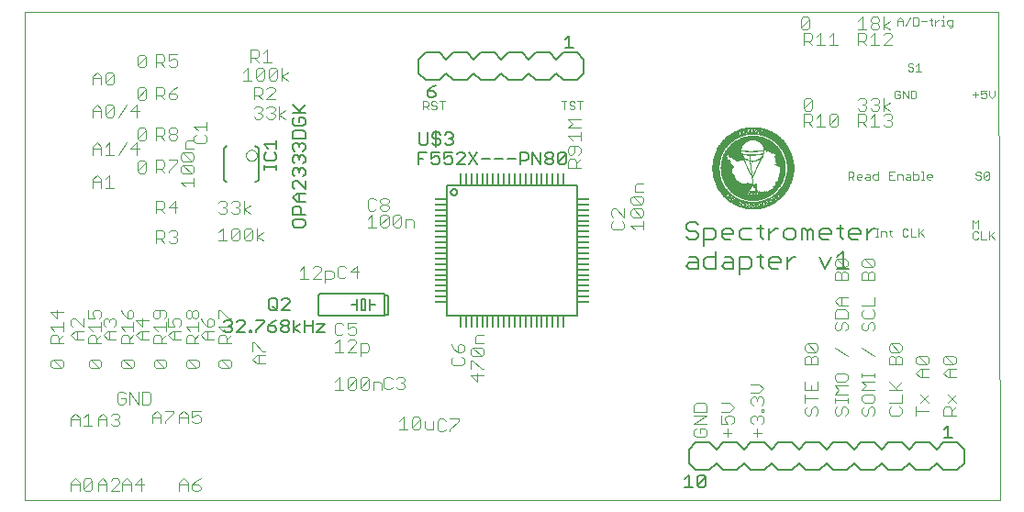
<source format=gto>
G75*
%MOIN*%
%OFA0B0*%
%FSLAX25Y25*%
%IPPOS*%
%LPD*%
%AMOC8*
5,1,8,0,0,1.08239X$1,22.5*
%
%ADD10C,0.00000*%
%ADD11C,0.00400*%
%ADD12C,0.00300*%
%ADD13R,0.03400X0.00100*%
%ADD14R,0.04800X0.00100*%
%ADD15R,0.05900X0.00100*%
%ADD16R,0.06800X0.00100*%
%ADD17R,0.07600X0.00100*%
%ADD18R,0.00100X0.00100*%
%ADD19R,0.00900X0.00100*%
%ADD20R,0.03200X0.00100*%
%ADD21R,0.03000X0.00100*%
%ADD22R,0.00400X0.00100*%
%ADD23R,0.00700X0.00100*%
%ADD24R,0.00500X0.00100*%
%ADD25R,0.02700X0.00100*%
%ADD26R,0.02300X0.00100*%
%ADD27R,0.00200X0.00100*%
%ADD28R,0.00600X0.00100*%
%ADD29R,0.02400X0.00100*%
%ADD30R,0.02200X0.00100*%
%ADD31R,0.02600X0.00100*%
%ADD32R,0.00300X0.00100*%
%ADD33R,0.01900X0.00100*%
%ADD34R,0.01800X0.00100*%
%ADD35R,0.00800X0.00100*%
%ADD36R,0.02000X0.00100*%
%ADD37R,0.01500X0.00100*%
%ADD38R,0.01600X0.00100*%
%ADD39R,0.01400X0.00100*%
%ADD40R,0.01100X0.00100*%
%ADD41R,0.01700X0.00100*%
%ADD42R,0.01300X0.00100*%
%ADD43R,0.01200X0.00100*%
%ADD44R,0.03700X0.00100*%
%ADD45R,0.05500X0.00100*%
%ADD46R,0.01000X0.00100*%
%ADD47R,0.08000X0.00100*%
%ADD48R,0.02100X0.00100*%
%ADD49R,0.02900X0.00100*%
%ADD50R,0.04200X0.00100*%
%ADD51R,0.05200X0.00100*%
%ADD52R,0.06000X0.00100*%
%ADD53R,0.06700X0.00100*%
%ADD54R,0.07400X0.00100*%
%ADD55R,0.08500X0.00100*%
%ADD56R,0.09000X0.00100*%
%ADD57R,0.09500X0.00100*%
%ADD58R,0.09900X0.00100*%
%ADD59R,0.10300X0.00100*%
%ADD60R,0.10700X0.00100*%
%ADD61R,0.11100X0.00100*%
%ADD62R,0.11500X0.00100*%
%ADD63R,0.11800X0.00100*%
%ADD64R,0.12200X0.00100*%
%ADD65R,0.12500X0.00100*%
%ADD66R,0.04100X0.00100*%
%ADD67R,0.08600X0.00100*%
%ADD68R,0.04500X0.00100*%
%ADD69R,0.04400X0.00100*%
%ADD70R,0.04600X0.00100*%
%ADD71R,0.04900X0.00100*%
%ADD72R,0.05100X0.00100*%
%ADD73R,0.05000X0.00100*%
%ADD74R,0.03500X0.00100*%
%ADD75R,0.05400X0.00100*%
%ADD76R,0.05600X0.00100*%
%ADD77R,0.05800X0.00100*%
%ADD78R,0.02800X0.00100*%
%ADD79R,0.06100X0.00100*%
%ADD80R,0.03300X0.00100*%
%ADD81R,0.06300X0.00100*%
%ADD82R,0.06400X0.00100*%
%ADD83R,0.06600X0.00100*%
%ADD84R,0.06900X0.00100*%
%ADD85R,0.07100X0.00100*%
%ADD86R,0.03100X0.00100*%
%ADD87R,0.07200X0.00100*%
%ADD88R,0.02500X0.00100*%
%ADD89R,0.07700X0.00100*%
%ADD90R,0.07900X0.00100*%
%ADD91R,0.08100X0.00100*%
%ADD92R,0.08200X0.00100*%
%ADD93R,0.08300X0.00100*%
%ADD94R,0.08400X0.00100*%
%ADD95R,0.08800X0.00100*%
%ADD96R,0.09200X0.00100*%
%ADD97R,0.09300X0.00100*%
%ADD98R,0.09400X0.00100*%
%ADD99R,0.09600X0.00100*%
%ADD100R,0.11300X0.00100*%
%ADD101R,0.11400X0.00100*%
%ADD102R,0.10500X0.00100*%
%ADD103R,0.10100X0.00100*%
%ADD104R,0.10200X0.00100*%
%ADD105R,0.06500X0.00100*%
%ADD106R,0.06200X0.00100*%
%ADD107R,0.04700X0.00100*%
%ADD108R,0.03900X0.00100*%
%ADD109R,0.03600X0.00100*%
%ADD110R,0.04000X0.00100*%
%ADD111R,0.04300X0.00100*%
%ADD112R,0.05300X0.00100*%
%ADD113R,0.07000X0.00100*%
%ADD114R,0.05700X0.00100*%
%ADD115R,0.03800X0.00100*%
%ADD116C,0.00600*%
%ADD117C,0.00500*%
%ADD118R,0.01102X0.04134*%
%ADD119R,0.04134X0.01102*%
%ADD120C,0.00200*%
D10*
X0021485Y0001800D02*
X0021485Y0178965D01*
X0375186Y0178887D01*
X0375816Y0001800D01*
X0021485Y0001800D01*
D11*
X0038417Y0004953D02*
X0038417Y0008022D01*
X0039952Y0009557D01*
X0041487Y0008022D01*
X0041487Y0004953D01*
X0043021Y0005720D02*
X0046091Y0008789D01*
X0046091Y0005720D01*
X0045323Y0004953D01*
X0043789Y0004953D01*
X0043021Y0005720D01*
X0043021Y0008789D01*
X0043789Y0009557D01*
X0045323Y0009557D01*
X0046091Y0008789D01*
X0048260Y0008022D02*
X0049794Y0009557D01*
X0051329Y0008022D01*
X0051329Y0004953D01*
X0052864Y0004953D02*
X0055933Y0008022D01*
X0055933Y0008789D01*
X0055166Y0009557D01*
X0053631Y0009557D01*
X0052864Y0008789D01*
X0051329Y0007255D02*
X0048260Y0007255D01*
X0048260Y0008022D02*
X0048260Y0004953D01*
X0052864Y0004953D02*
X0055933Y0004953D01*
X0057118Y0004953D02*
X0057118Y0008022D01*
X0058653Y0009557D01*
X0060187Y0008022D01*
X0060187Y0004953D01*
X0060187Y0007255D02*
X0057118Y0007255D01*
X0061722Y0007255D02*
X0064791Y0007255D01*
X0064024Y0004953D02*
X0064024Y0009557D01*
X0061722Y0007255D01*
X0077787Y0007255D02*
X0080857Y0007255D01*
X0080857Y0008022D02*
X0080857Y0004953D01*
X0082391Y0005720D02*
X0083159Y0004953D01*
X0084693Y0004953D01*
X0085461Y0005720D01*
X0085461Y0006487D01*
X0084693Y0007255D01*
X0082391Y0007255D01*
X0082391Y0005720D01*
X0082391Y0007255D02*
X0083926Y0008789D01*
X0085461Y0009557D01*
X0080857Y0008022D02*
X0079322Y0009557D01*
X0077787Y0008022D01*
X0077787Y0004953D01*
X0041487Y0007255D02*
X0038417Y0007255D01*
X0038417Y0028575D02*
X0038417Y0031644D01*
X0039952Y0033179D01*
X0041487Y0031644D01*
X0041487Y0028575D01*
X0043021Y0028575D02*
X0046091Y0028575D01*
X0044556Y0028575D02*
X0044556Y0033179D01*
X0043021Y0031644D01*
X0041487Y0030877D02*
X0038417Y0030877D01*
X0048260Y0030877D02*
X0051329Y0030877D01*
X0051329Y0031644D02*
X0051329Y0028575D01*
X0052864Y0029342D02*
X0053631Y0028575D01*
X0055166Y0028575D01*
X0055933Y0029342D01*
X0055933Y0030109D01*
X0055166Y0030877D01*
X0054398Y0030877D01*
X0055166Y0030877D02*
X0055933Y0031644D01*
X0055933Y0032411D01*
X0055166Y0033179D01*
X0053631Y0033179D01*
X0052864Y0032411D01*
X0051329Y0031644D02*
X0049794Y0033179D01*
X0048260Y0031644D01*
X0048260Y0028575D01*
X0055917Y0036449D02*
X0057452Y0036449D01*
X0058219Y0037216D01*
X0058219Y0038751D01*
X0056684Y0038751D01*
X0055150Y0040285D02*
X0055150Y0037216D01*
X0055917Y0036449D01*
X0059754Y0036449D02*
X0059754Y0041053D01*
X0062823Y0036449D01*
X0062823Y0041053D01*
X0064357Y0041053D02*
X0066659Y0041053D01*
X0067427Y0040285D01*
X0067427Y0037216D01*
X0066659Y0036449D01*
X0064357Y0036449D01*
X0064357Y0041053D01*
X0058219Y0040285D02*
X0057452Y0041053D01*
X0055917Y0041053D01*
X0055150Y0040285D01*
X0067945Y0032628D02*
X0069480Y0034163D01*
X0071014Y0032628D01*
X0071014Y0029559D01*
X0072549Y0029559D02*
X0072549Y0030326D01*
X0075618Y0033396D01*
X0075618Y0034163D01*
X0072549Y0034163D01*
X0077787Y0032628D02*
X0079322Y0034163D01*
X0080857Y0032628D01*
X0080857Y0029559D01*
X0082391Y0030326D02*
X0083159Y0029559D01*
X0084693Y0029559D01*
X0085461Y0030326D01*
X0085461Y0031861D01*
X0084693Y0032628D01*
X0083926Y0032628D01*
X0082391Y0031861D01*
X0082391Y0034163D01*
X0085461Y0034163D01*
X0080857Y0031861D02*
X0077787Y0031861D01*
X0077787Y0032628D02*
X0077787Y0029559D01*
X0071014Y0031861D02*
X0067945Y0031861D01*
X0067945Y0032628D02*
X0067945Y0029559D01*
X0069240Y0049697D02*
X0068472Y0050464D01*
X0068472Y0051999D01*
X0069240Y0052766D01*
X0072309Y0049697D01*
X0073076Y0050464D01*
X0073076Y0051999D01*
X0072309Y0052766D01*
X0069240Y0052766D01*
X0069240Y0049697D02*
X0072309Y0049697D01*
X0080283Y0050464D02*
X0080283Y0051999D01*
X0081051Y0052766D01*
X0084120Y0049697D01*
X0084887Y0050464D01*
X0084887Y0051999D01*
X0084120Y0052766D01*
X0081051Y0052766D01*
X0080283Y0050464D02*
X0081051Y0049697D01*
X0084120Y0049697D01*
X0092095Y0050464D02*
X0092095Y0051999D01*
X0092862Y0052766D01*
X0095931Y0049697D01*
X0096698Y0050464D01*
X0096698Y0051999D01*
X0095931Y0052766D01*
X0092862Y0052766D01*
X0092095Y0050464D02*
X0092862Y0049697D01*
X0095931Y0049697D01*
X0104280Y0052747D02*
X0105814Y0054282D01*
X0108883Y0054282D01*
X0108883Y0055817D02*
X0108116Y0055817D01*
X0105047Y0058886D01*
X0104280Y0058886D01*
X0104280Y0055817D01*
X0106582Y0054282D02*
X0106582Y0051213D01*
X0105814Y0051213D02*
X0104280Y0052747D01*
X0105814Y0051213D02*
X0108883Y0051213D01*
X0096541Y0058555D02*
X0091937Y0058555D01*
X0091937Y0060857D01*
X0092704Y0061624D01*
X0094239Y0061624D01*
X0095006Y0060857D01*
X0095006Y0058555D01*
X0095006Y0060090D02*
X0096541Y0061624D01*
X0096541Y0063159D02*
X0096541Y0066228D01*
X0096541Y0064694D02*
X0091937Y0064694D01*
X0093472Y0063159D01*
X0090183Y0063140D02*
X0087113Y0063140D01*
X0085579Y0061605D01*
X0087113Y0060071D01*
X0090183Y0060071D01*
X0087881Y0060071D02*
X0087881Y0063140D01*
X0087881Y0064675D02*
X0087881Y0066977D01*
X0088648Y0067744D01*
X0089415Y0067744D01*
X0090183Y0066977D01*
X0090183Y0065442D01*
X0089415Y0064675D01*
X0087881Y0064675D01*
X0086346Y0066209D01*
X0085579Y0067744D01*
X0084730Y0068530D02*
X0083963Y0067763D01*
X0083195Y0067763D01*
X0082428Y0068530D01*
X0082428Y0070065D01*
X0083195Y0070832D01*
X0083963Y0070832D01*
X0084730Y0070065D01*
X0084730Y0068530D01*
X0084730Y0066228D02*
X0084730Y0063159D01*
X0084730Y0061624D02*
X0083195Y0060090D01*
X0083195Y0060857D02*
X0083195Y0058555D01*
X0084730Y0058555D02*
X0080126Y0058555D01*
X0080126Y0060857D01*
X0080893Y0061624D01*
X0082428Y0061624D01*
X0083195Y0060857D01*
X0081661Y0063159D02*
X0080126Y0064694D01*
X0084730Y0064694D01*
X0081661Y0067763D02*
X0080893Y0067763D01*
X0080126Y0068530D01*
X0080126Y0070065D01*
X0080893Y0070832D01*
X0081661Y0070832D01*
X0082428Y0070065D01*
X0082428Y0068530D02*
X0081661Y0067763D01*
X0078372Y0066977D02*
X0078372Y0065442D01*
X0077604Y0064675D01*
X0076070Y0064675D02*
X0075302Y0066209D01*
X0075302Y0066977D01*
X0076070Y0067744D01*
X0077604Y0067744D01*
X0078372Y0066977D01*
X0076070Y0064675D02*
X0073768Y0064675D01*
X0073768Y0067744D01*
X0072919Y0068530D02*
X0072919Y0070065D01*
X0072152Y0070832D01*
X0069082Y0070832D01*
X0068315Y0070065D01*
X0068315Y0068530D01*
X0069082Y0067763D01*
X0069850Y0067763D01*
X0070617Y0068530D01*
X0070617Y0070832D01*
X0072919Y0068530D02*
X0072152Y0067763D01*
X0072919Y0066228D02*
X0072919Y0063159D01*
X0072919Y0061624D02*
X0071384Y0060090D01*
X0071384Y0060857D02*
X0071384Y0058555D01*
X0072919Y0058555D02*
X0068315Y0058555D01*
X0068315Y0060857D01*
X0069082Y0061624D01*
X0070617Y0061624D01*
X0071384Y0060857D01*
X0073768Y0061605D02*
X0075302Y0063140D01*
X0078372Y0063140D01*
X0076070Y0063140D02*
X0076070Y0060071D01*
X0075302Y0060071D02*
X0078372Y0060071D01*
X0075302Y0060071D02*
X0073768Y0061605D01*
X0069850Y0063159D02*
X0068315Y0064694D01*
X0072919Y0064694D01*
X0066561Y0063140D02*
X0063491Y0063140D01*
X0061957Y0061605D01*
X0063491Y0060071D01*
X0066561Y0060071D01*
X0064259Y0060071D02*
X0064259Y0063140D01*
X0064259Y0064675D02*
X0064259Y0067744D01*
X0066561Y0066977D02*
X0061957Y0066977D01*
X0064259Y0064675D01*
X0061108Y0064694D02*
X0056504Y0064694D01*
X0058039Y0063159D01*
X0058806Y0061624D02*
X0059573Y0060857D01*
X0059573Y0058555D01*
X0059573Y0060090D02*
X0061108Y0061624D01*
X0061108Y0063159D02*
X0061108Y0066228D01*
X0060341Y0067763D02*
X0061108Y0068530D01*
X0061108Y0070065D01*
X0060341Y0070832D01*
X0059573Y0070832D01*
X0058806Y0070065D01*
X0058806Y0067763D01*
X0060341Y0067763D01*
X0058806Y0067763D02*
X0057271Y0069298D01*
X0056504Y0070832D01*
X0053982Y0067744D02*
X0054750Y0066977D01*
X0054750Y0065442D01*
X0053982Y0064675D01*
X0054750Y0063140D02*
X0051680Y0063140D01*
X0050146Y0061605D01*
X0051680Y0060071D01*
X0054750Y0060071D01*
X0056504Y0060857D02*
X0057271Y0061624D01*
X0058806Y0061624D01*
X0056504Y0060857D02*
X0056504Y0058555D01*
X0061108Y0058555D01*
X0060498Y0052766D02*
X0057429Y0052766D01*
X0060498Y0049697D01*
X0061265Y0050464D01*
X0061265Y0051999D01*
X0060498Y0052766D01*
X0057429Y0052766D02*
X0056661Y0051999D01*
X0056661Y0050464D01*
X0057429Y0049697D01*
X0060498Y0049697D01*
X0049454Y0050464D02*
X0048687Y0049697D01*
X0045618Y0052766D01*
X0048687Y0052766D01*
X0049454Y0051999D01*
X0049454Y0050464D01*
X0048687Y0049697D02*
X0045618Y0049697D01*
X0044850Y0050464D01*
X0044850Y0051999D01*
X0045618Y0052766D01*
X0044693Y0058555D02*
X0044693Y0060857D01*
X0045460Y0061624D01*
X0046995Y0061624D01*
X0047762Y0060857D01*
X0047762Y0058555D01*
X0047762Y0060090D02*
X0049297Y0061624D01*
X0049297Y0063159D02*
X0049297Y0066228D01*
X0050146Y0066977D02*
X0050913Y0067744D01*
X0051680Y0067744D01*
X0052448Y0066977D01*
X0053215Y0067744D01*
X0053982Y0067744D01*
X0052448Y0066977D02*
X0052448Y0066209D01*
X0050913Y0064675D02*
X0050146Y0065442D01*
X0050146Y0066977D01*
X0049297Y0068530D02*
X0048530Y0067763D01*
X0049297Y0068530D02*
X0049297Y0070065D01*
X0048530Y0070832D01*
X0046995Y0070832D01*
X0046228Y0070065D01*
X0046228Y0069298D01*
X0046995Y0067763D01*
X0044693Y0067763D01*
X0044693Y0070832D01*
X0042939Y0067744D02*
X0042939Y0064675D01*
X0039869Y0067744D01*
X0039102Y0067744D01*
X0038335Y0066977D01*
X0038335Y0065442D01*
X0039102Y0064675D01*
X0039869Y0063140D02*
X0042939Y0063140D01*
X0040637Y0063140D02*
X0040637Y0060071D01*
X0039869Y0060071D02*
X0038335Y0061605D01*
X0039869Y0063140D01*
X0039869Y0060071D02*
X0042939Y0060071D01*
X0044693Y0058555D02*
X0049297Y0058555D01*
X0052448Y0060071D02*
X0052448Y0063140D01*
X0049297Y0064694D02*
X0044693Y0064694D01*
X0046228Y0063159D01*
X0035517Y0063159D02*
X0035517Y0066228D01*
X0035517Y0064694D02*
X0030913Y0064694D01*
X0032448Y0063159D01*
X0031681Y0061624D02*
X0033215Y0061624D01*
X0033983Y0060857D01*
X0033983Y0058555D01*
X0035517Y0058555D02*
X0030913Y0058555D01*
X0030913Y0060857D01*
X0031681Y0061624D01*
X0033983Y0060090D02*
X0035517Y0061624D01*
X0033215Y0067763D02*
X0033215Y0070832D01*
X0030913Y0070065D02*
X0033215Y0067763D01*
X0035517Y0070065D02*
X0030913Y0070065D01*
X0031838Y0052766D02*
X0034907Y0049697D01*
X0035675Y0050464D01*
X0035675Y0051999D01*
X0034907Y0052766D01*
X0031838Y0052766D01*
X0031071Y0051999D01*
X0031071Y0050464D01*
X0031838Y0049697D01*
X0034907Y0049697D01*
X0091937Y0067763D02*
X0091937Y0070832D01*
X0092704Y0070832D01*
X0095774Y0067763D01*
X0096541Y0067763D01*
X0121547Y0082098D02*
X0124617Y0082098D01*
X0126151Y0082098D02*
X0129220Y0085168D01*
X0129220Y0085935D01*
X0128453Y0086702D01*
X0126918Y0086702D01*
X0126151Y0085935D01*
X0123082Y0086702D02*
X0123082Y0082098D01*
X0126151Y0082098D02*
X0129220Y0082098D01*
X0130755Y0082098D02*
X0133057Y0082098D01*
X0133824Y0082866D01*
X0133824Y0084400D01*
X0133057Y0085168D01*
X0130755Y0085168D01*
X0130755Y0080564D01*
X0135327Y0083023D02*
X0136094Y0082256D01*
X0137629Y0082256D01*
X0138396Y0083023D01*
X0139931Y0084558D02*
X0143000Y0084558D01*
X0142233Y0086860D02*
X0139931Y0084558D01*
X0138396Y0086093D02*
X0137629Y0086860D01*
X0136094Y0086860D01*
X0135327Y0086093D01*
X0135327Y0083023D01*
X0142233Y0082256D02*
X0142233Y0086860D01*
X0123082Y0086702D02*
X0121547Y0085168D01*
X0108133Y0095878D02*
X0105831Y0097413D01*
X0108133Y0098947D01*
X0105831Y0100482D02*
X0105831Y0095878D01*
X0104297Y0096645D02*
X0103529Y0095878D01*
X0101995Y0095878D01*
X0101228Y0096645D01*
X0104297Y0099715D01*
X0104297Y0096645D01*
X0101228Y0096645D02*
X0101228Y0099715D01*
X0101995Y0100482D01*
X0103529Y0100482D01*
X0104297Y0099715D01*
X0099693Y0099715D02*
X0096624Y0096645D01*
X0097391Y0095878D01*
X0098926Y0095878D01*
X0099693Y0096645D01*
X0099693Y0099715D01*
X0098926Y0100482D01*
X0097391Y0100482D01*
X0096624Y0099715D01*
X0096624Y0096645D01*
X0095089Y0095878D02*
X0092020Y0095878D01*
X0093554Y0095878D02*
X0093554Y0100482D01*
X0092020Y0098947D01*
X0092787Y0105720D02*
X0092020Y0106488D01*
X0092787Y0105720D02*
X0094322Y0105720D01*
X0095089Y0106488D01*
X0095089Y0107255D01*
X0094322Y0108022D01*
X0093554Y0108022D01*
X0094322Y0108022D02*
X0095089Y0108790D01*
X0095089Y0109557D01*
X0094322Y0110324D01*
X0092787Y0110324D01*
X0092020Y0109557D01*
X0096624Y0109557D02*
X0097391Y0110324D01*
X0098926Y0110324D01*
X0099693Y0109557D01*
X0099693Y0108790D01*
X0098926Y0108022D01*
X0099693Y0107255D01*
X0099693Y0106488D01*
X0098926Y0105720D01*
X0097391Y0105720D01*
X0096624Y0106488D01*
X0098158Y0108022D02*
X0098926Y0108022D01*
X0101228Y0107255D02*
X0103529Y0108790D01*
X0101228Y0110324D02*
X0101228Y0105720D01*
X0101228Y0107255D02*
X0103529Y0105720D01*
X0082919Y0115642D02*
X0082919Y0118711D01*
X0082919Y0117176D02*
X0078315Y0117176D01*
X0079850Y0115642D01*
X0079082Y0120246D02*
X0078315Y0121013D01*
X0078315Y0122548D01*
X0079082Y0123315D01*
X0082152Y0120246D01*
X0082919Y0121013D01*
X0082919Y0122548D01*
X0082152Y0123315D01*
X0079082Y0123315D01*
X0079082Y0124850D02*
X0078315Y0125617D01*
X0078315Y0127152D01*
X0079082Y0127919D01*
X0082152Y0124850D01*
X0082919Y0125617D01*
X0082919Y0127152D01*
X0082152Y0127919D01*
X0079082Y0127919D01*
X0079850Y0129454D02*
X0079850Y0131755D01*
X0080617Y0132523D01*
X0082919Y0132523D01*
X0083079Y0132157D02*
X0083079Y0133692D01*
X0083846Y0134459D01*
X0084613Y0135994D02*
X0083079Y0137528D01*
X0087683Y0137528D01*
X0087683Y0135994D02*
X0087683Y0139063D01*
X0086915Y0134459D02*
X0087683Y0133692D01*
X0087683Y0132157D01*
X0086915Y0131390D01*
X0083846Y0131390D01*
X0083079Y0132157D01*
X0082919Y0129454D02*
X0079850Y0129454D01*
X0076288Y0132453D02*
X0074753Y0132453D01*
X0073986Y0133220D01*
X0073986Y0133987D01*
X0074753Y0134755D01*
X0076288Y0134755D01*
X0077055Y0133987D01*
X0077055Y0133220D01*
X0076288Y0132453D01*
X0076288Y0134755D02*
X0077055Y0135522D01*
X0077055Y0136289D01*
X0076288Y0137057D01*
X0074753Y0137057D01*
X0073986Y0136289D01*
X0073986Y0135522D01*
X0074753Y0134755D01*
X0072451Y0134755D02*
X0071684Y0133987D01*
X0069382Y0133987D01*
X0069382Y0132453D02*
X0069382Y0137057D01*
X0071684Y0137057D01*
X0072451Y0136289D01*
X0072451Y0134755D01*
X0070917Y0133987D02*
X0072451Y0132453D01*
X0065561Y0133063D02*
X0065561Y0136132D01*
X0062492Y0133063D01*
X0063259Y0132295D01*
X0064794Y0132295D01*
X0065561Y0133063D01*
X0062492Y0133063D02*
X0062492Y0136132D01*
X0063259Y0136899D01*
X0064794Y0136899D01*
X0065561Y0136132D01*
X0062405Y0131604D02*
X0060103Y0129302D01*
X0063172Y0129302D01*
X0062405Y0127000D02*
X0062405Y0131604D01*
X0058568Y0131604D02*
X0055499Y0127000D01*
X0053965Y0127000D02*
X0050895Y0127000D01*
X0049361Y0127000D02*
X0049361Y0130069D01*
X0047826Y0131604D01*
X0046291Y0130069D01*
X0046291Y0127000D01*
X0046291Y0129302D02*
X0049361Y0129302D01*
X0050895Y0130069D02*
X0052430Y0131604D01*
X0052430Y0127000D01*
X0062492Y0124321D02*
X0062492Y0121252D01*
X0065561Y0124321D01*
X0065561Y0121252D01*
X0064794Y0120484D01*
X0063259Y0120484D01*
X0062492Y0121252D01*
X0062492Y0124321D02*
X0063259Y0125088D01*
X0064794Y0125088D01*
X0065561Y0124321D01*
X0069382Y0125246D02*
X0071684Y0125246D01*
X0072451Y0124478D01*
X0072451Y0122944D01*
X0071684Y0122176D01*
X0069382Y0122176D01*
X0069382Y0120642D02*
X0069382Y0125246D01*
X0070917Y0122176D02*
X0072451Y0120642D01*
X0073986Y0120642D02*
X0073986Y0121409D01*
X0077055Y0124478D01*
X0077055Y0125246D01*
X0073986Y0125246D01*
X0079082Y0124850D02*
X0082152Y0124850D01*
X0082152Y0120246D02*
X0079082Y0120246D01*
X0076288Y0110482D02*
X0073986Y0108180D01*
X0077055Y0108180D01*
X0076288Y0105878D02*
X0076288Y0110482D01*
X0072451Y0109715D02*
X0072451Y0108180D01*
X0071684Y0107413D01*
X0069382Y0107413D01*
X0070917Y0107413D02*
X0072451Y0105878D01*
X0069382Y0105878D02*
X0069382Y0110482D01*
X0071684Y0110482D01*
X0072451Y0109715D01*
X0071684Y0099655D02*
X0072451Y0098888D01*
X0072451Y0097353D01*
X0071684Y0096586D01*
X0069382Y0096586D01*
X0070917Y0096586D02*
X0072451Y0095051D01*
X0073986Y0095818D02*
X0074753Y0095051D01*
X0076288Y0095051D01*
X0077055Y0095818D01*
X0077055Y0096586D01*
X0076288Y0097353D01*
X0075520Y0097353D01*
X0076288Y0097353D02*
X0077055Y0098120D01*
X0077055Y0098888D01*
X0076288Y0099655D01*
X0074753Y0099655D01*
X0073986Y0098888D01*
X0071684Y0099655D02*
X0069382Y0099655D01*
X0069382Y0095051D01*
X0053965Y0115189D02*
X0050895Y0115189D01*
X0049361Y0115189D02*
X0049361Y0118258D01*
X0047826Y0119793D01*
X0046291Y0118258D01*
X0046291Y0115189D01*
X0046291Y0117491D02*
X0049361Y0117491D01*
X0050895Y0118258D02*
X0052430Y0119793D01*
X0052430Y0115189D01*
X0053197Y0140780D02*
X0051663Y0140780D01*
X0050895Y0141547D01*
X0053965Y0144616D01*
X0053965Y0141547D01*
X0053197Y0140780D01*
X0055499Y0140780D02*
X0058568Y0145383D01*
X0060103Y0143081D02*
X0063172Y0143081D01*
X0062405Y0140780D02*
X0062405Y0145383D01*
X0060103Y0143081D01*
X0053965Y0144616D02*
X0053197Y0145383D01*
X0051663Y0145383D01*
X0050895Y0144616D01*
X0050895Y0141547D01*
X0049361Y0140780D02*
X0049361Y0143849D01*
X0047826Y0145383D01*
X0046291Y0143849D01*
X0046291Y0140780D01*
X0046291Y0143081D02*
X0049361Y0143081D01*
X0062492Y0147826D02*
X0065561Y0150896D01*
X0065561Y0147826D01*
X0064794Y0147059D01*
X0063259Y0147059D01*
X0062492Y0147826D01*
X0062492Y0150896D01*
X0063259Y0151663D01*
X0064794Y0151663D01*
X0065561Y0150896D01*
X0069382Y0151820D02*
X0071684Y0151820D01*
X0072451Y0151053D01*
X0072451Y0149518D01*
X0071684Y0148751D01*
X0069382Y0148751D01*
X0069382Y0147217D02*
X0069382Y0151820D01*
X0070917Y0148751D02*
X0072451Y0147217D01*
X0073986Y0147984D02*
X0074753Y0147217D01*
X0076288Y0147217D01*
X0077055Y0147984D01*
X0077055Y0148751D01*
X0076288Y0149518D01*
X0073986Y0149518D01*
X0073986Y0147984D01*
X0073986Y0149518D02*
X0075520Y0151053D01*
X0077055Y0151820D01*
X0076288Y0159028D02*
X0074753Y0159028D01*
X0073986Y0159795D01*
X0073986Y0161330D02*
X0075520Y0162097D01*
X0076288Y0162097D01*
X0077055Y0161330D01*
X0077055Y0159795D01*
X0076288Y0159028D01*
X0073986Y0161330D02*
X0073986Y0163631D01*
X0077055Y0163631D01*
X0072451Y0162864D02*
X0072451Y0161330D01*
X0071684Y0160562D01*
X0069382Y0160562D01*
X0069382Y0159028D02*
X0069382Y0163631D01*
X0071684Y0163631D01*
X0072451Y0162864D01*
X0070917Y0160562D02*
X0072451Y0159028D01*
X0065561Y0159637D02*
X0065561Y0162707D01*
X0062492Y0159637D01*
X0063259Y0158870D01*
X0064794Y0158870D01*
X0065561Y0159637D01*
X0062492Y0159637D02*
X0062492Y0162707D01*
X0063259Y0163474D01*
X0064794Y0163474D01*
X0065561Y0162707D01*
X0053965Y0156427D02*
X0050895Y0153358D01*
X0051663Y0152591D01*
X0053197Y0152591D01*
X0053965Y0153358D01*
X0053965Y0156427D01*
X0053197Y0157194D01*
X0051663Y0157194D01*
X0050895Y0156427D01*
X0050895Y0153358D01*
X0049361Y0152591D02*
X0049361Y0155660D01*
X0047826Y0157194D01*
X0046291Y0155660D01*
X0046291Y0152591D01*
X0046291Y0154893D02*
X0049361Y0154893D01*
X0101025Y0154106D02*
X0104094Y0154106D01*
X0102559Y0154106D02*
X0102559Y0158710D01*
X0101025Y0157176D01*
X0105629Y0157943D02*
X0105629Y0154874D01*
X0108698Y0157943D01*
X0108698Y0154874D01*
X0107931Y0154106D01*
X0106396Y0154106D01*
X0105629Y0154874D01*
X0105629Y0157943D02*
X0106396Y0158710D01*
X0107931Y0158710D01*
X0108698Y0157943D01*
X0110233Y0157943D02*
X0111000Y0158710D01*
X0112535Y0158710D01*
X0113302Y0157943D01*
X0110233Y0154874D01*
X0111000Y0154106D01*
X0112535Y0154106D01*
X0113302Y0154874D01*
X0113302Y0157943D01*
X0114837Y0158710D02*
X0114837Y0154106D01*
X0114837Y0155641D02*
X0117139Y0157176D01*
X0114837Y0155641D02*
X0117139Y0154106D01*
X0112488Y0151053D02*
X0111721Y0151820D01*
X0110186Y0151820D01*
X0109419Y0151053D01*
X0107884Y0151053D02*
X0107884Y0149518D01*
X0107117Y0148751D01*
X0104815Y0148751D01*
X0104815Y0147217D02*
X0104815Y0151820D01*
X0107117Y0151820D01*
X0107884Y0151053D01*
X0106350Y0148751D02*
X0107884Y0147217D01*
X0109419Y0147217D02*
X0112488Y0150286D01*
X0112488Y0151053D01*
X0112488Y0147217D02*
X0109419Y0147217D01*
X0110186Y0144773D02*
X0111721Y0144773D01*
X0112488Y0144006D01*
X0112488Y0143239D01*
X0111721Y0142471D01*
X0112488Y0141704D01*
X0112488Y0140937D01*
X0111721Y0140169D01*
X0110186Y0140169D01*
X0109419Y0140937D01*
X0107884Y0140937D02*
X0107117Y0140169D01*
X0105582Y0140169D01*
X0104815Y0140937D01*
X0106350Y0142471D02*
X0107117Y0142471D01*
X0107884Y0141704D01*
X0107884Y0140937D01*
X0107117Y0142471D02*
X0107884Y0143239D01*
X0107884Y0144006D01*
X0107117Y0144773D01*
X0105582Y0144773D01*
X0104815Y0144006D01*
X0109419Y0144006D02*
X0110186Y0144773D01*
X0114023Y0144773D02*
X0114023Y0140169D01*
X0114023Y0141704D02*
X0116325Y0140169D01*
X0114023Y0141704D02*
X0116325Y0143239D01*
X0111721Y0142471D02*
X0110954Y0142471D01*
X0110233Y0154874D02*
X0110233Y0157943D01*
X0109698Y0160839D02*
X0109698Y0165443D01*
X0108164Y0163908D01*
X0106629Y0164675D02*
X0106629Y0163141D01*
X0105862Y0162373D01*
X0103560Y0162373D01*
X0103560Y0160839D02*
X0103560Y0165443D01*
X0105862Y0165443D01*
X0106629Y0164675D01*
X0105094Y0162373D02*
X0106629Y0160839D01*
X0108164Y0160839D02*
X0111233Y0160839D01*
X0146921Y0111466D02*
X0146154Y0110699D01*
X0146154Y0107630D01*
X0146921Y0106862D01*
X0148455Y0106862D01*
X0149223Y0107630D01*
X0150757Y0107630D02*
X0150757Y0108397D01*
X0151525Y0109164D01*
X0153059Y0109164D01*
X0153827Y0108397D01*
X0153827Y0107630D01*
X0153059Y0106862D01*
X0151525Y0106862D01*
X0150757Y0107630D01*
X0151525Y0109164D02*
X0150757Y0109931D01*
X0150757Y0110699D01*
X0151525Y0111466D01*
X0153059Y0111466D01*
X0153827Y0110699D01*
X0153827Y0109931D01*
X0153059Y0109164D01*
X0149223Y0110699D02*
X0148455Y0111466D01*
X0146921Y0111466D01*
X0147688Y0105403D02*
X0147688Y0100799D01*
X0146154Y0100799D02*
X0149223Y0100799D01*
X0150757Y0101567D02*
X0153827Y0104636D01*
X0153827Y0101567D01*
X0153059Y0100799D01*
X0151525Y0100799D01*
X0150757Y0101567D01*
X0150757Y0104636D01*
X0151525Y0105403D01*
X0153059Y0105403D01*
X0153827Y0104636D01*
X0155361Y0104636D02*
X0155361Y0101567D01*
X0158431Y0104636D01*
X0158431Y0101567D01*
X0157663Y0100799D01*
X0156129Y0100799D01*
X0155361Y0101567D01*
X0155361Y0104636D02*
X0156129Y0105403D01*
X0157663Y0105403D01*
X0158431Y0104636D01*
X0159965Y0103868D02*
X0162267Y0103868D01*
X0163035Y0103101D01*
X0163035Y0100799D01*
X0159965Y0100799D02*
X0159965Y0103868D01*
X0147688Y0105403D02*
X0146154Y0103868D01*
X0218906Y0122531D02*
X0218906Y0124833D01*
X0219673Y0125601D01*
X0221207Y0125601D01*
X0221975Y0124833D01*
X0221975Y0122531D01*
X0223509Y0122531D02*
X0218906Y0122531D01*
X0221975Y0124066D02*
X0223509Y0125601D01*
X0222742Y0127135D02*
X0223509Y0127903D01*
X0223509Y0129437D01*
X0222742Y0130205D01*
X0219673Y0130205D01*
X0218906Y0129437D01*
X0218906Y0127903D01*
X0219673Y0127135D01*
X0220440Y0127135D01*
X0221207Y0127903D01*
X0221207Y0130205D01*
X0220598Y0132374D02*
X0219063Y0133909D01*
X0223667Y0133909D01*
X0223667Y0135443D02*
X0223667Y0132374D01*
X0223667Y0136978D02*
X0219063Y0136978D01*
X0220598Y0138513D01*
X0219063Y0140047D01*
X0223667Y0140047D01*
X0244003Y0116775D02*
X0246305Y0116775D01*
X0244003Y0116775D02*
X0243235Y0116007D01*
X0243235Y0113705D01*
X0246305Y0113705D01*
X0245537Y0112171D02*
X0242468Y0112171D01*
X0245537Y0109102D01*
X0246305Y0109869D01*
X0246305Y0111404D01*
X0245537Y0112171D01*
X0242468Y0112171D02*
X0241701Y0111404D01*
X0241701Y0109869D01*
X0242468Y0109102D01*
X0245537Y0109102D01*
X0245537Y0107567D02*
X0242468Y0107567D01*
X0245537Y0104498D01*
X0246305Y0105265D01*
X0246305Y0106800D01*
X0245537Y0107567D01*
X0242468Y0107567D02*
X0241701Y0106800D01*
X0241701Y0105265D01*
X0242468Y0104498D01*
X0245537Y0104498D01*
X0246305Y0102963D02*
X0246305Y0099894D01*
X0246305Y0101428D02*
X0241701Y0101428D01*
X0243235Y0099894D01*
X0239257Y0100661D02*
X0239257Y0102196D01*
X0238490Y0102963D01*
X0239257Y0104498D02*
X0236188Y0107567D01*
X0235421Y0107567D01*
X0234654Y0106800D01*
X0234654Y0105265D01*
X0235421Y0104498D01*
X0235421Y0102963D02*
X0234654Y0102196D01*
X0234654Y0100661D01*
X0235421Y0099894D01*
X0238490Y0099894D01*
X0239257Y0100661D01*
X0239257Y0104498D02*
X0239257Y0107567D01*
X0304618Y0137374D02*
X0304618Y0141978D01*
X0306920Y0141978D01*
X0307687Y0141211D01*
X0307687Y0139676D01*
X0306920Y0138909D01*
X0304618Y0138909D01*
X0306153Y0138909D02*
X0307687Y0137374D01*
X0309222Y0137374D02*
X0312291Y0137374D01*
X0310757Y0137374D02*
X0310757Y0141978D01*
X0309222Y0140443D01*
X0306920Y0143122D02*
X0305385Y0143122D01*
X0304618Y0143889D01*
X0307687Y0146959D01*
X0307687Y0143889D01*
X0306920Y0143122D01*
X0304618Y0143889D02*
X0304618Y0146959D01*
X0305385Y0147726D01*
X0306920Y0147726D01*
X0307687Y0146959D01*
X0313826Y0141211D02*
X0314593Y0141978D01*
X0316128Y0141978D01*
X0316895Y0141211D01*
X0313826Y0138141D01*
X0314593Y0137374D01*
X0316128Y0137374D01*
X0316895Y0138141D01*
X0316895Y0141211D01*
X0313826Y0141211D02*
X0313826Y0138141D01*
X0324303Y0137374D02*
X0324303Y0141978D01*
X0326605Y0141978D01*
X0327372Y0141211D01*
X0327372Y0139676D01*
X0326605Y0138909D01*
X0324303Y0138909D01*
X0325838Y0138909D02*
X0327372Y0137374D01*
X0328907Y0137374D02*
X0331976Y0137374D01*
X0330442Y0137374D02*
X0330442Y0141978D01*
X0328907Y0140443D01*
X0333511Y0141211D02*
X0334278Y0141978D01*
X0335813Y0141978D01*
X0336580Y0141211D01*
X0336580Y0140443D01*
X0335813Y0139676D01*
X0336580Y0138909D01*
X0336580Y0138141D01*
X0335813Y0137374D01*
X0334278Y0137374D01*
X0333511Y0138141D01*
X0335046Y0139676D02*
X0335813Y0139676D01*
X0335813Y0143122D02*
X0333511Y0144657D01*
X0335813Y0146191D01*
X0333511Y0147726D02*
X0333511Y0143122D01*
X0331976Y0143889D02*
X0331976Y0144657D01*
X0331209Y0145424D01*
X0330442Y0145424D01*
X0331209Y0145424D02*
X0331976Y0146191D01*
X0331976Y0146959D01*
X0331209Y0147726D01*
X0329674Y0147726D01*
X0328907Y0146959D01*
X0327372Y0146959D02*
X0327372Y0146191D01*
X0326605Y0145424D01*
X0327372Y0144657D01*
X0327372Y0143889D01*
X0326605Y0143122D01*
X0325070Y0143122D01*
X0324303Y0143889D01*
X0325838Y0145424D02*
X0326605Y0145424D01*
X0327372Y0146959D02*
X0326605Y0147726D01*
X0325070Y0147726D01*
X0324303Y0146959D01*
X0328907Y0143889D02*
X0329674Y0143122D01*
X0331209Y0143122D01*
X0331976Y0143889D01*
X0331976Y0166902D02*
X0328907Y0166902D01*
X0327372Y0166902D02*
X0325838Y0168436D01*
X0326605Y0168436D02*
X0324303Y0168436D01*
X0324303Y0166902D02*
X0324303Y0171505D01*
X0326605Y0171505D01*
X0327372Y0170738D01*
X0327372Y0169204D01*
X0326605Y0168436D01*
X0328907Y0169971D02*
X0330442Y0171505D01*
X0330442Y0166902D01*
X0333511Y0166902D02*
X0336580Y0169971D01*
X0336580Y0170738D01*
X0335813Y0171505D01*
X0334278Y0171505D01*
X0333511Y0170738D01*
X0333511Y0172650D02*
X0333511Y0177254D01*
X0331976Y0176486D02*
X0331976Y0175719D01*
X0331209Y0174952D01*
X0329674Y0174952D01*
X0328907Y0175719D01*
X0328907Y0176486D01*
X0329674Y0177254D01*
X0331209Y0177254D01*
X0331976Y0176486D01*
X0331209Y0174952D02*
X0331976Y0174184D01*
X0331976Y0173417D01*
X0331209Y0172650D01*
X0329674Y0172650D01*
X0328907Y0173417D01*
X0328907Y0174184D01*
X0329674Y0174952D01*
X0327372Y0172650D02*
X0324303Y0172650D01*
X0325838Y0172650D02*
X0325838Y0177254D01*
X0324303Y0175719D01*
X0315361Y0171505D02*
X0315361Y0166902D01*
X0316895Y0166902D02*
X0313826Y0166902D01*
X0312291Y0166902D02*
X0309222Y0166902D01*
X0307687Y0166902D02*
X0306153Y0168436D01*
X0306920Y0168436D02*
X0304618Y0168436D01*
X0304618Y0166902D02*
X0304618Y0171505D01*
X0306920Y0171505D01*
X0307687Y0170738D01*
X0307687Y0169204D01*
X0306920Y0168436D01*
X0309222Y0169971D02*
X0310757Y0171505D01*
X0310757Y0166902D01*
X0313826Y0169971D02*
X0315361Y0171505D01*
X0306703Y0173417D02*
X0305936Y0172650D01*
X0304401Y0172650D01*
X0303634Y0173417D01*
X0306703Y0176486D01*
X0306703Y0173417D01*
X0303634Y0173417D02*
X0303634Y0176486D01*
X0304401Y0177254D01*
X0305936Y0177254D01*
X0306703Y0176486D01*
X0333511Y0174184D02*
X0335813Y0175719D01*
X0333511Y0174184D02*
X0335813Y0172650D01*
X0336580Y0166902D02*
X0333511Y0166902D01*
X0329573Y0089294D02*
X0326504Y0089294D01*
X0329573Y0086224D01*
X0330340Y0086992D01*
X0330340Y0088526D01*
X0329573Y0089294D01*
X0326504Y0089294D02*
X0325736Y0088526D01*
X0325736Y0086992D01*
X0326504Y0086224D01*
X0329573Y0086224D01*
X0329573Y0084690D02*
X0330340Y0083922D01*
X0330340Y0081620D01*
X0325736Y0081620D01*
X0325736Y0083922D01*
X0326504Y0084690D01*
X0327271Y0084690D01*
X0328038Y0083922D01*
X0328038Y0081620D01*
X0328038Y0083922D02*
X0328806Y0084690D01*
X0329573Y0084690D01*
X0320498Y0083922D02*
X0320498Y0081620D01*
X0315894Y0081620D01*
X0315894Y0083922D01*
X0316661Y0084690D01*
X0317428Y0084690D01*
X0318196Y0083922D01*
X0318196Y0081620D01*
X0318196Y0083922D02*
X0318963Y0084690D01*
X0319730Y0084690D01*
X0320498Y0083922D01*
X0319730Y0086224D02*
X0316661Y0086224D01*
X0315894Y0086992D01*
X0315894Y0088526D01*
X0316661Y0089294D01*
X0319730Y0086224D01*
X0320498Y0086992D01*
X0320498Y0088526D01*
X0319730Y0089294D01*
X0316661Y0089294D01*
X0317428Y0075482D02*
X0320498Y0075482D01*
X0318196Y0075482D02*
X0318196Y0072412D01*
X0317428Y0072412D02*
X0315894Y0073947D01*
X0317428Y0075482D01*
X0317428Y0072412D02*
X0320498Y0072412D01*
X0319730Y0070878D02*
X0316661Y0070878D01*
X0315894Y0070111D01*
X0315894Y0067809D01*
X0320498Y0067809D01*
X0320498Y0070111D01*
X0319730Y0070878D01*
X0319730Y0066274D02*
X0320498Y0065507D01*
X0320498Y0063972D01*
X0319730Y0063205D01*
X0318196Y0063972D02*
X0317428Y0063205D01*
X0316661Y0063205D01*
X0315894Y0063972D01*
X0315894Y0065507D01*
X0316661Y0066274D01*
X0318196Y0065507D02*
X0318963Y0066274D01*
X0319730Y0066274D01*
X0318196Y0065507D02*
X0318196Y0063972D01*
X0325736Y0063972D02*
X0326504Y0063205D01*
X0327271Y0063205D01*
X0328038Y0063972D01*
X0328038Y0065507D01*
X0328806Y0066274D01*
X0329573Y0066274D01*
X0330340Y0065507D01*
X0330340Y0063972D01*
X0329573Y0063205D01*
X0325736Y0063972D02*
X0325736Y0065507D01*
X0326504Y0066274D01*
X0326504Y0067809D02*
X0329573Y0067809D01*
X0330340Y0068576D01*
X0330340Y0070111D01*
X0329573Y0070878D01*
X0330340Y0072412D02*
X0325736Y0072412D01*
X0326504Y0070878D02*
X0325736Y0070111D01*
X0325736Y0068576D01*
X0326504Y0067809D01*
X0330340Y0072412D02*
X0330340Y0075482D01*
X0336346Y0058601D02*
X0339415Y0055531D01*
X0340183Y0056299D01*
X0340183Y0057833D01*
X0339415Y0058601D01*
X0336346Y0058601D01*
X0335579Y0057833D01*
X0335579Y0056299D01*
X0336346Y0055531D01*
X0339415Y0055531D01*
X0339415Y0053997D02*
X0340183Y0053229D01*
X0340183Y0050928D01*
X0335579Y0050928D01*
X0335579Y0053229D01*
X0336346Y0053997D01*
X0337113Y0053997D01*
X0337881Y0053229D01*
X0337881Y0050928D01*
X0337881Y0053229D02*
X0338648Y0053997D01*
X0339415Y0053997D01*
X0345421Y0053229D02*
X0345421Y0051695D01*
X0346189Y0050928D01*
X0349258Y0050928D01*
X0346189Y0053997D01*
X0349258Y0053997D01*
X0350025Y0053229D01*
X0350025Y0051695D01*
X0349258Y0050928D01*
X0350025Y0049393D02*
X0346956Y0049393D01*
X0345421Y0047858D01*
X0346956Y0046324D01*
X0350025Y0046324D01*
X0347723Y0046324D02*
X0347723Y0049393D01*
X0345421Y0053229D02*
X0346189Y0053997D01*
X0355264Y0053229D02*
X0355264Y0051695D01*
X0356031Y0050928D01*
X0359100Y0050928D01*
X0356031Y0053997D01*
X0359100Y0053997D01*
X0359868Y0053229D01*
X0359868Y0051695D01*
X0359100Y0050928D01*
X0359868Y0049393D02*
X0356798Y0049393D01*
X0355264Y0047858D01*
X0356798Y0046324D01*
X0359868Y0046324D01*
X0357566Y0046324D02*
X0357566Y0049393D01*
X0355264Y0053229D02*
X0356031Y0053997D01*
X0340183Y0044789D02*
X0337881Y0042487D01*
X0338648Y0041720D02*
X0335579Y0044789D01*
X0335579Y0041720D02*
X0340183Y0041720D01*
X0340183Y0040185D02*
X0340183Y0037116D01*
X0335579Y0037116D01*
X0336346Y0035581D02*
X0335579Y0034814D01*
X0335579Y0033279D01*
X0336346Y0032512D01*
X0339415Y0032512D01*
X0340183Y0033279D01*
X0340183Y0034814D01*
X0339415Y0035581D01*
X0345421Y0035581D02*
X0345421Y0032512D01*
X0345421Y0034046D02*
X0350025Y0034046D01*
X0350025Y0037116D02*
X0346956Y0040185D01*
X0346956Y0037116D02*
X0350025Y0040185D01*
X0356798Y0040185D02*
X0359868Y0037116D01*
X0359868Y0035581D02*
X0358333Y0034046D01*
X0358333Y0034814D02*
X0358333Y0032512D01*
X0359868Y0032512D02*
X0355264Y0032512D01*
X0355264Y0034814D01*
X0356031Y0035581D01*
X0357566Y0035581D01*
X0358333Y0034814D01*
X0356798Y0037116D02*
X0359868Y0040185D01*
X0330340Y0039418D02*
X0330340Y0037883D01*
X0329573Y0037116D01*
X0326504Y0037116D01*
X0325736Y0037883D01*
X0325736Y0039418D01*
X0326504Y0040185D01*
X0329573Y0040185D01*
X0330340Y0039418D01*
X0330340Y0041720D02*
X0325736Y0041720D01*
X0327271Y0043254D01*
X0325736Y0044789D01*
X0330340Y0044789D01*
X0330340Y0046324D02*
X0330340Y0047858D01*
X0330340Y0047091D02*
X0325736Y0047091D01*
X0325736Y0046324D02*
X0325736Y0047858D01*
X0320498Y0047091D02*
X0320498Y0045556D01*
X0319730Y0044789D01*
X0316661Y0044789D01*
X0315894Y0045556D01*
X0315894Y0047091D01*
X0316661Y0047858D01*
X0319730Y0047858D01*
X0320498Y0047091D01*
X0320498Y0043254D02*
X0315894Y0043254D01*
X0317428Y0041720D01*
X0315894Y0040185D01*
X0320498Y0040185D01*
X0320498Y0038650D02*
X0320498Y0037116D01*
X0320498Y0037883D02*
X0315894Y0037883D01*
X0315894Y0037116D02*
X0315894Y0038650D01*
X0309671Y0038650D02*
X0305067Y0038650D01*
X0305067Y0037116D02*
X0305067Y0040185D01*
X0305067Y0041720D02*
X0309671Y0041720D01*
X0309671Y0044789D01*
X0307369Y0043254D02*
X0307369Y0041720D01*
X0305067Y0041720D02*
X0305067Y0044789D01*
X0305067Y0050928D02*
X0305067Y0053229D01*
X0305834Y0053997D01*
X0306602Y0053997D01*
X0307369Y0053229D01*
X0307369Y0050928D01*
X0307369Y0053229D02*
X0308136Y0053997D01*
X0308904Y0053997D01*
X0309671Y0053229D01*
X0309671Y0050928D01*
X0305067Y0050928D01*
X0305834Y0055531D02*
X0305067Y0056299D01*
X0305067Y0057833D01*
X0305834Y0058601D01*
X0308904Y0055531D01*
X0309671Y0056299D01*
X0309671Y0057833D01*
X0308904Y0058601D01*
X0305834Y0058601D01*
X0305834Y0055531D02*
X0308904Y0055531D01*
X0315894Y0057066D02*
X0320498Y0053997D01*
X0325736Y0057066D02*
X0330340Y0053997D01*
X0329573Y0035581D02*
X0330340Y0034814D01*
X0330340Y0033279D01*
X0329573Y0032512D01*
X0328038Y0033279D02*
X0328038Y0034814D01*
X0328806Y0035581D01*
X0329573Y0035581D01*
X0328038Y0033279D02*
X0327271Y0032512D01*
X0326504Y0032512D01*
X0325736Y0033279D01*
X0325736Y0034814D01*
X0326504Y0035581D01*
X0320498Y0034814D02*
X0320498Y0033279D01*
X0319730Y0032512D01*
X0318196Y0033279D02*
X0318196Y0034814D01*
X0318963Y0035581D01*
X0319730Y0035581D01*
X0320498Y0034814D01*
X0318196Y0033279D02*
X0317428Y0032512D01*
X0316661Y0032512D01*
X0315894Y0033279D01*
X0315894Y0034814D01*
X0316661Y0035581D01*
X0309671Y0034814D02*
X0309671Y0033279D01*
X0308904Y0032512D01*
X0307369Y0033279D02*
X0307369Y0034814D01*
X0308136Y0035581D01*
X0308904Y0035581D01*
X0309671Y0034814D01*
X0307369Y0033279D02*
X0306602Y0032512D01*
X0305834Y0032512D01*
X0305067Y0033279D01*
X0305067Y0034814D01*
X0305834Y0035581D01*
X0289986Y0034613D02*
X0289986Y0033846D01*
X0289219Y0033846D01*
X0289219Y0034613D01*
X0289986Y0034613D01*
X0289219Y0036148D02*
X0289986Y0036915D01*
X0289986Y0038450D01*
X0289219Y0039217D01*
X0288451Y0039217D01*
X0287684Y0038450D01*
X0287684Y0037682D01*
X0287684Y0038450D02*
X0286917Y0039217D01*
X0286149Y0039217D01*
X0285382Y0038450D01*
X0285382Y0036915D01*
X0286149Y0036148D01*
X0286149Y0032311D02*
X0286917Y0032311D01*
X0287684Y0031544D01*
X0288451Y0032311D01*
X0289219Y0032311D01*
X0289986Y0031544D01*
X0289986Y0030009D01*
X0289219Y0029242D01*
X0287684Y0030776D02*
X0287684Y0031544D01*
X0286149Y0032311D02*
X0285382Y0031544D01*
X0285382Y0030009D01*
X0286149Y0029242D01*
X0287684Y0027707D02*
X0287684Y0024638D01*
X0286149Y0026172D02*
X0289219Y0026172D01*
X0279159Y0030009D02*
X0279159Y0031544D01*
X0278392Y0032311D01*
X0276857Y0032311D01*
X0276090Y0031544D01*
X0276090Y0030776D01*
X0276857Y0029242D01*
X0274555Y0029242D01*
X0274555Y0032311D01*
X0274555Y0033846D02*
X0277624Y0033846D01*
X0279159Y0035380D01*
X0277624Y0036915D01*
X0274555Y0036915D01*
X0269317Y0036148D02*
X0269317Y0033846D01*
X0264713Y0033846D01*
X0264713Y0036148D01*
X0265480Y0036915D01*
X0268549Y0036915D01*
X0269317Y0036148D01*
X0269317Y0032311D02*
X0264713Y0032311D01*
X0264713Y0029242D02*
X0269317Y0032311D01*
X0269317Y0029242D02*
X0264713Y0029242D01*
X0265480Y0027707D02*
X0264713Y0026940D01*
X0264713Y0025405D01*
X0265480Y0024638D01*
X0268549Y0024638D01*
X0269317Y0025405D01*
X0269317Y0026940D01*
X0268549Y0027707D01*
X0267015Y0027707D01*
X0267015Y0026172D01*
X0275322Y0026172D02*
X0278392Y0026172D01*
X0276857Y0024638D02*
X0276857Y0027707D01*
X0278392Y0029242D02*
X0279159Y0030009D01*
X0285382Y0040752D02*
X0288451Y0040752D01*
X0289986Y0042286D01*
X0288451Y0043821D01*
X0285382Y0043821D01*
X0188234Y0047078D02*
X0183630Y0047078D01*
X0185932Y0044776D01*
X0185932Y0047845D01*
X0187467Y0049380D02*
X0188234Y0049380D01*
X0187467Y0049380D02*
X0184397Y0052449D01*
X0183630Y0052449D01*
X0183630Y0049380D01*
X0181187Y0051448D02*
X0181187Y0052983D01*
X0180419Y0053750D01*
X0180419Y0055285D02*
X0181187Y0056052D01*
X0181187Y0057587D01*
X0180419Y0058354D01*
X0179652Y0058354D01*
X0178885Y0057587D01*
X0178885Y0055285D01*
X0180419Y0055285D01*
X0178885Y0055285D02*
X0177350Y0056820D01*
X0176583Y0058354D01*
X0183630Y0056285D02*
X0184397Y0057053D01*
X0187467Y0053983D01*
X0188234Y0054751D01*
X0188234Y0056285D01*
X0187467Y0057053D01*
X0184397Y0057053D01*
X0183630Y0056285D02*
X0183630Y0054751D01*
X0184397Y0053983D01*
X0187467Y0053983D01*
X0181187Y0051448D02*
X0180419Y0050681D01*
X0177350Y0050681D01*
X0176583Y0051448D01*
X0176583Y0052983D01*
X0177350Y0053750D01*
X0185165Y0058587D02*
X0185165Y0060889D01*
X0185932Y0061657D01*
X0188234Y0061657D01*
X0188234Y0058587D02*
X0185165Y0058587D01*
X0159732Y0045738D02*
X0159732Y0044971D01*
X0158965Y0044204D01*
X0159732Y0043436D01*
X0159732Y0042669D01*
X0158965Y0041902D01*
X0157430Y0041902D01*
X0156663Y0042669D01*
X0155128Y0042669D02*
X0154361Y0041902D01*
X0152826Y0041902D01*
X0152059Y0042669D01*
X0152059Y0045738D01*
X0152826Y0046505D01*
X0154361Y0046505D01*
X0155128Y0045738D01*
X0156663Y0045738D02*
X0157430Y0046505D01*
X0158965Y0046505D01*
X0159732Y0045738D01*
X0158965Y0044204D02*
X0158198Y0044204D01*
X0151224Y0044046D02*
X0151224Y0041744D01*
X0151224Y0044046D02*
X0150456Y0044813D01*
X0148154Y0044813D01*
X0148154Y0041744D01*
X0146620Y0042511D02*
X0145852Y0041744D01*
X0144318Y0041744D01*
X0143550Y0042511D01*
X0146620Y0045581D01*
X0146620Y0042511D01*
X0143550Y0042511D02*
X0143550Y0045581D01*
X0144318Y0046348D01*
X0145852Y0046348D01*
X0146620Y0045581D01*
X0142016Y0045581D02*
X0138946Y0042511D01*
X0139714Y0041744D01*
X0141248Y0041744D01*
X0142016Y0042511D01*
X0142016Y0045581D01*
X0141248Y0046348D01*
X0139714Y0046348D01*
X0138946Y0045581D01*
X0138946Y0042511D01*
X0137412Y0041744D02*
X0134343Y0041744D01*
X0135877Y0041744D02*
X0135877Y0046348D01*
X0134343Y0044813D01*
X0143550Y0053989D02*
X0143550Y0058593D01*
X0145852Y0058593D01*
X0146620Y0057826D01*
X0146620Y0056291D01*
X0145852Y0055524D01*
X0143550Y0055524D01*
X0142016Y0055524D02*
X0138946Y0055524D01*
X0142016Y0058593D01*
X0142016Y0059360D01*
X0141248Y0060128D01*
X0139714Y0060128D01*
X0138946Y0059360D01*
X0139714Y0061587D02*
X0138946Y0062354D01*
X0139714Y0061587D02*
X0141248Y0061587D01*
X0142016Y0062354D01*
X0142016Y0063889D01*
X0141248Y0064656D01*
X0140481Y0064656D01*
X0138946Y0063889D01*
X0138946Y0066191D01*
X0142016Y0066191D01*
X0137412Y0065423D02*
X0136644Y0066191D01*
X0135110Y0066191D01*
X0134343Y0065423D01*
X0134343Y0062354D01*
X0135110Y0061587D01*
X0136644Y0061587D01*
X0137412Y0062354D01*
X0135877Y0060128D02*
X0135877Y0055524D01*
X0134343Y0055524D02*
X0137412Y0055524D01*
X0134343Y0058593D02*
X0135877Y0060128D01*
X0159243Y0031899D02*
X0157709Y0030365D01*
X0159243Y0031899D02*
X0159243Y0027295D01*
X0157709Y0027295D02*
X0160778Y0027295D01*
X0162313Y0028063D02*
X0165382Y0031132D01*
X0165382Y0028063D01*
X0164615Y0027295D01*
X0163080Y0027295D01*
X0162313Y0028063D01*
X0162313Y0031132D01*
X0163080Y0031899D01*
X0164615Y0031899D01*
X0165382Y0031132D01*
X0166917Y0030365D02*
X0166917Y0028063D01*
X0167684Y0027295D01*
X0169986Y0027295D01*
X0169986Y0030365D01*
X0171488Y0030443D02*
X0171488Y0027374D01*
X0172255Y0026606D01*
X0173790Y0026606D01*
X0174557Y0027374D01*
X0176092Y0027374D02*
X0176092Y0026606D01*
X0176092Y0027374D02*
X0179161Y0030443D01*
X0179161Y0031210D01*
X0176092Y0031210D01*
X0174557Y0030443D02*
X0173790Y0031210D01*
X0172255Y0031210D01*
X0171488Y0030443D01*
D12*
X0330690Y0097422D02*
X0331658Y0097422D01*
X0331174Y0097422D02*
X0331174Y0100325D01*
X0330690Y0100325D02*
X0331658Y0100325D01*
X0332655Y0099357D02*
X0334106Y0099357D01*
X0334589Y0098874D01*
X0334589Y0097422D01*
X0336085Y0097906D02*
X0336569Y0097422D01*
X0336085Y0097906D02*
X0336085Y0099841D01*
X0335601Y0099357D02*
X0336569Y0099357D01*
X0332655Y0099357D02*
X0332655Y0097422D01*
X0340512Y0097906D02*
X0340512Y0099841D01*
X0340996Y0100325D01*
X0341963Y0100325D01*
X0342447Y0099841D01*
X0343458Y0100325D02*
X0343458Y0097422D01*
X0345393Y0097422D01*
X0346405Y0097422D02*
X0346405Y0100325D01*
X0346889Y0098874D02*
X0348340Y0097422D01*
X0346405Y0098390D02*
X0348340Y0100325D01*
X0342447Y0097906D02*
X0341963Y0097422D01*
X0340996Y0097422D01*
X0340512Y0097906D01*
X0366123Y0098857D02*
X0366123Y0096922D01*
X0366607Y0096438D01*
X0367574Y0096438D01*
X0368058Y0096922D01*
X0369070Y0096438D02*
X0371005Y0096438D01*
X0372016Y0096438D02*
X0372016Y0099341D01*
X0372500Y0097889D02*
X0373951Y0096438D01*
X0372016Y0097406D02*
X0373951Y0099341D01*
X0369070Y0099341D02*
X0369070Y0096438D01*
X0368058Y0098857D02*
X0367574Y0099341D01*
X0366607Y0099341D01*
X0366123Y0098857D01*
X0366123Y0100375D02*
X0366123Y0103278D01*
X0367091Y0102310D01*
X0368058Y0103278D01*
X0368058Y0100375D01*
X0367591Y0118092D02*
X0367107Y0118575D01*
X0367591Y0118092D02*
X0368559Y0118092D01*
X0369042Y0118575D01*
X0369042Y0119059D01*
X0368559Y0119543D01*
X0367591Y0119543D01*
X0367107Y0120027D01*
X0367107Y0120510D01*
X0367591Y0120994D01*
X0368559Y0120994D01*
X0369042Y0120510D01*
X0370054Y0120510D02*
X0370538Y0120994D01*
X0371505Y0120994D01*
X0371989Y0120510D01*
X0370054Y0118575D01*
X0370538Y0118092D01*
X0371505Y0118092D01*
X0371989Y0118575D01*
X0371989Y0120510D01*
X0370054Y0120510D02*
X0370054Y0118575D01*
X0351266Y0119059D02*
X0349331Y0119059D01*
X0349331Y0118575D02*
X0349331Y0119543D01*
X0349814Y0120027D01*
X0350782Y0120027D01*
X0351266Y0119543D01*
X0351266Y0119059D01*
X0350782Y0118092D02*
X0349814Y0118092D01*
X0349331Y0118575D01*
X0348334Y0118092D02*
X0347366Y0118092D01*
X0347850Y0118092D02*
X0347850Y0120994D01*
X0347366Y0120994D01*
X0346355Y0119543D02*
X0345871Y0120027D01*
X0344420Y0120027D01*
X0344420Y0120994D02*
X0344420Y0118092D01*
X0345871Y0118092D01*
X0346355Y0118575D01*
X0346355Y0119543D01*
X0343408Y0119543D02*
X0343408Y0118092D01*
X0341957Y0118092D01*
X0341473Y0118575D01*
X0341957Y0119059D01*
X0343408Y0119059D01*
X0343408Y0119543D02*
X0342924Y0120027D01*
X0341957Y0120027D01*
X0340462Y0119543D02*
X0340462Y0118092D01*
X0340462Y0119543D02*
X0339978Y0120027D01*
X0338527Y0120027D01*
X0338527Y0118092D01*
X0337515Y0118092D02*
X0335580Y0118092D01*
X0335580Y0120994D01*
X0337515Y0120994D01*
X0336548Y0119543D02*
X0335580Y0119543D01*
X0331622Y0120027D02*
X0330171Y0120027D01*
X0329687Y0119543D01*
X0329687Y0118575D01*
X0330171Y0118092D01*
X0331622Y0118092D01*
X0331622Y0120994D01*
X0328676Y0119543D02*
X0328192Y0120027D01*
X0327224Y0120027D01*
X0327224Y0119059D02*
X0328676Y0119059D01*
X0328676Y0119543D02*
X0328676Y0118092D01*
X0327224Y0118092D01*
X0326741Y0118575D01*
X0327224Y0119059D01*
X0325729Y0119059D02*
X0323794Y0119059D01*
X0323794Y0118575D02*
X0323794Y0119543D01*
X0324278Y0120027D01*
X0325245Y0120027D01*
X0325729Y0119543D01*
X0325729Y0119059D01*
X0325245Y0118092D02*
X0324278Y0118092D01*
X0323794Y0118575D01*
X0322783Y0118092D02*
X0321815Y0119059D01*
X0322299Y0119059D02*
X0320848Y0119059D01*
X0320848Y0118092D02*
X0320848Y0120994D01*
X0322299Y0120994D01*
X0322783Y0120510D01*
X0322783Y0119543D01*
X0322299Y0119059D01*
X0338064Y0147619D02*
X0339031Y0147619D01*
X0339515Y0148103D01*
X0339515Y0149071D01*
X0338547Y0149071D01*
X0337580Y0150038D02*
X0337580Y0148103D01*
X0338064Y0147619D01*
X0340526Y0147619D02*
X0340526Y0150522D01*
X0342461Y0147619D01*
X0342461Y0150522D01*
X0343473Y0150522D02*
X0344924Y0150522D01*
X0345408Y0150038D01*
X0345408Y0148103D01*
X0344924Y0147619D01*
X0343473Y0147619D01*
X0343473Y0150522D01*
X0339515Y0150038D02*
X0339031Y0150522D01*
X0338064Y0150522D01*
X0337580Y0150038D01*
X0342985Y0157462D02*
X0342501Y0157946D01*
X0342985Y0157462D02*
X0343952Y0157462D01*
X0344436Y0157946D01*
X0344436Y0158429D01*
X0343952Y0158913D01*
X0342985Y0158913D01*
X0342501Y0159397D01*
X0342501Y0159881D01*
X0342985Y0160364D01*
X0343952Y0160364D01*
X0344436Y0159881D01*
X0345448Y0159397D02*
X0346415Y0160364D01*
X0346415Y0157462D01*
X0345448Y0157462D02*
X0347383Y0157462D01*
X0366123Y0149071D02*
X0368058Y0149071D01*
X0369070Y0149071D02*
X0370037Y0149554D01*
X0370521Y0149554D01*
X0371005Y0149071D01*
X0371005Y0148103D01*
X0370521Y0147619D01*
X0369553Y0147619D01*
X0369070Y0148103D01*
X0369070Y0149071D02*
X0369070Y0150522D01*
X0371005Y0150522D01*
X0372016Y0150522D02*
X0372016Y0148587D01*
X0372984Y0147619D01*
X0373951Y0148587D01*
X0373951Y0150522D01*
X0367091Y0150038D02*
X0367091Y0148103D01*
X0358186Y0173227D02*
X0358669Y0173710D01*
X0358669Y0176129D01*
X0357218Y0176129D01*
X0356734Y0175645D01*
X0356734Y0174678D01*
X0357218Y0174194D01*
X0358669Y0174194D01*
X0358186Y0173227D02*
X0357702Y0173227D01*
X0355737Y0174194D02*
X0354770Y0174194D01*
X0355254Y0174194D02*
X0355254Y0176129D01*
X0354770Y0176129D01*
X0353766Y0176129D02*
X0353282Y0176129D01*
X0352315Y0175162D01*
X0352315Y0176129D02*
X0352315Y0174194D01*
X0351318Y0174194D02*
X0350834Y0174678D01*
X0350834Y0176613D01*
X0350350Y0176129D02*
X0351318Y0176129D01*
X0349339Y0175645D02*
X0347404Y0175645D01*
X0346392Y0174678D02*
X0346392Y0176613D01*
X0345908Y0177097D01*
X0344457Y0177097D01*
X0344457Y0174194D01*
X0345908Y0174194D01*
X0346392Y0174678D01*
X0343446Y0177097D02*
X0341511Y0174194D01*
X0340499Y0174194D02*
X0340499Y0176129D01*
X0339532Y0177097D01*
X0338564Y0176129D01*
X0338564Y0174194D01*
X0338564Y0175645D02*
X0340499Y0175645D01*
X0355254Y0177097D02*
X0355254Y0177580D01*
X0224345Y0146585D02*
X0222410Y0146585D01*
X0223377Y0146585D02*
X0223377Y0143682D01*
X0221398Y0144166D02*
X0221398Y0144650D01*
X0220915Y0145134D01*
X0219947Y0145134D01*
X0219463Y0145617D01*
X0219463Y0146101D01*
X0219947Y0146585D01*
X0220915Y0146585D01*
X0221398Y0146101D01*
X0221398Y0144166D02*
X0220915Y0143682D01*
X0219947Y0143682D01*
X0219463Y0144166D01*
X0217484Y0143682D02*
X0217484Y0146585D01*
X0216517Y0146585D02*
X0218452Y0146585D01*
X0174148Y0146585D02*
X0172213Y0146585D01*
X0173181Y0146585D02*
X0173181Y0143682D01*
X0171202Y0144166D02*
X0170718Y0143682D01*
X0169750Y0143682D01*
X0169267Y0144166D01*
X0169750Y0145134D02*
X0170718Y0145134D01*
X0171202Y0144650D01*
X0171202Y0144166D01*
X0169750Y0145134D02*
X0169267Y0145617D01*
X0169267Y0146101D01*
X0169750Y0146585D01*
X0170718Y0146585D01*
X0171202Y0146101D01*
X0168255Y0146101D02*
X0167771Y0146585D01*
X0166320Y0146585D01*
X0166320Y0143682D01*
X0166320Y0144650D02*
X0167771Y0144650D01*
X0168255Y0145134D01*
X0168255Y0146101D01*
X0167288Y0144650D02*
X0168255Y0143682D01*
D13*
X0275941Y0130805D03*
X0276041Y0130905D03*
X0276141Y0131005D03*
X0276241Y0131105D03*
X0276341Y0131205D03*
X0296141Y0131305D03*
X0296241Y0131205D03*
X0296341Y0131105D03*
X0296441Y0131005D03*
X0296141Y0124105D03*
X0296141Y0123705D03*
X0296141Y0123605D03*
X0296241Y0123205D03*
X0296441Y0113105D03*
X0296341Y0113005D03*
X0296241Y0112905D03*
X0296141Y0112805D03*
X0286241Y0107305D03*
X0283841Y0107805D03*
X0276241Y0113005D03*
X0276141Y0113105D03*
X0276041Y0113205D03*
X0275941Y0113305D03*
D14*
X0277841Y0117505D03*
X0277841Y0117605D03*
X0277441Y0118505D03*
X0277441Y0118605D03*
X0277441Y0118705D03*
X0277341Y0118905D03*
X0277341Y0119005D03*
X0280941Y0125705D03*
X0280541Y0126005D03*
X0279741Y0129705D03*
X0279841Y0129805D03*
X0279241Y0133505D03*
X0286241Y0136705D03*
X0290241Y0131905D03*
X0290441Y0131805D03*
X0291741Y0130805D03*
X0291841Y0130705D03*
X0291941Y0130605D03*
X0286241Y0107405D03*
D15*
X0286291Y0107505D03*
X0286191Y0109605D03*
X0281491Y0113205D03*
X0279091Y0127905D03*
X0286291Y0136605D03*
D16*
X0286241Y0136505D03*
X0286241Y0107605D03*
D17*
X0286241Y0107705D03*
X0281341Y0114205D03*
X0286241Y0136405D03*
D18*
X0285691Y0135705D03*
X0286991Y0135605D03*
X0286991Y0135505D03*
X0287491Y0135505D03*
X0287491Y0135405D03*
X0287491Y0135305D03*
X0276791Y0126105D03*
X0278291Y0123705D03*
X0278991Y0123005D03*
X0278991Y0122905D03*
X0279091Y0120005D03*
X0279091Y0119805D03*
X0282691Y0116505D03*
X0284591Y0116605D03*
X0285091Y0113805D03*
X0287191Y0113805D03*
X0288591Y0113605D03*
X0290191Y0113505D03*
X0290691Y0113705D03*
X0291191Y0113605D03*
X0292491Y0110805D03*
X0292591Y0110705D03*
X0292991Y0110805D03*
X0291291Y0109705D03*
X0288291Y0108905D03*
X0288291Y0108805D03*
X0285891Y0107805D03*
X0284791Y0109205D03*
X0284791Y0109305D03*
X0283991Y0108605D03*
X0283591Y0108905D03*
X0283591Y0109005D03*
X0283691Y0109105D03*
X0283691Y0109205D03*
X0283691Y0109305D03*
X0282991Y0109405D03*
X0282391Y0108905D03*
X0281191Y0108905D03*
X0281191Y0109005D03*
X0280791Y0109605D03*
X0280791Y0109905D03*
X0279391Y0110605D03*
X0279291Y0111005D03*
X0278991Y0110505D03*
X0278391Y0111605D03*
X0278091Y0111905D03*
X0277991Y0111805D03*
X0277491Y0112305D03*
X0294491Y0117005D03*
X0285791Y0121105D03*
X0295191Y0112205D03*
X0295291Y0111905D03*
X0295791Y0111905D03*
X0295191Y0111105D03*
D19*
X0295691Y0111005D03*
X0295991Y0111205D03*
X0296691Y0112005D03*
X0295091Y0110505D03*
X0294991Y0110405D03*
X0294291Y0112305D03*
X0293091Y0111505D03*
X0292891Y0111405D03*
X0292791Y0111305D03*
X0292591Y0111205D03*
X0292391Y0111105D03*
X0292791Y0110505D03*
X0292291Y0109605D03*
X0290491Y0109505D03*
X0287391Y0108705D03*
X0287391Y0108605D03*
X0286591Y0107805D03*
X0284291Y0108305D03*
X0284391Y0108905D03*
X0283191Y0108705D03*
X0283191Y0108605D03*
X0283191Y0108505D03*
X0283091Y0108405D03*
X0283091Y0108305D03*
X0279791Y0109805D03*
X0279791Y0111305D03*
X0279291Y0111605D03*
X0277391Y0110505D03*
X0277291Y0110605D03*
X0277191Y0110705D03*
X0276991Y0110805D03*
X0276091Y0111705D03*
X0287191Y0114905D03*
X0288891Y0134905D03*
X0290091Y0135005D03*
X0286291Y0136205D03*
X0283891Y0135705D03*
D20*
X0279641Y0134405D03*
X0275641Y0130405D03*
X0275541Y0130305D03*
X0275441Y0130205D03*
X0276441Y0124605D03*
X0276241Y0123605D03*
X0280941Y0125305D03*
X0295741Y0125905D03*
X0295741Y0126005D03*
X0295841Y0125705D03*
X0295941Y0125405D03*
X0295941Y0125305D03*
X0296041Y0125005D03*
X0296141Y0124605D03*
X0296141Y0124505D03*
X0296141Y0124405D03*
X0296341Y0123105D03*
X0297141Y0130105D03*
X0297041Y0130305D03*
X0296941Y0130405D03*
X0296841Y0130505D03*
X0296741Y0130605D03*
X0297141Y0114005D03*
X0297041Y0113805D03*
X0296941Y0113705D03*
X0296841Y0113605D03*
X0296741Y0113505D03*
X0289341Y0109805D03*
X0288841Y0107805D03*
X0275641Y0113705D03*
X0275541Y0113805D03*
X0275441Y0113905D03*
D21*
X0275141Y0114305D03*
X0275041Y0114505D03*
X0274941Y0114605D03*
X0274841Y0114705D03*
X0274841Y0114805D03*
X0274741Y0114905D03*
X0274641Y0115105D03*
X0283241Y0107905D03*
X0289541Y0108005D03*
X0297441Y0114405D03*
X0297541Y0114505D03*
X0297641Y0114705D03*
X0297741Y0114805D03*
X0297841Y0115005D03*
X0296441Y0123005D03*
X0295641Y0126405D03*
X0295641Y0126505D03*
X0295141Y0127505D03*
X0297841Y0129105D03*
X0297741Y0129305D03*
X0297641Y0129405D03*
X0297541Y0129605D03*
X0297441Y0129705D03*
X0289141Y0134305D03*
X0290141Y0135905D03*
X0275041Y0129605D03*
X0274941Y0129505D03*
X0274841Y0129405D03*
X0274841Y0129305D03*
X0274741Y0129205D03*
X0274641Y0129005D03*
X0276241Y0124305D03*
D22*
X0277541Y0124905D03*
X0280441Y0124605D03*
X0283541Y0125405D03*
X0283641Y0125305D03*
X0283841Y0125205D03*
X0288341Y0125205D03*
X0288541Y0125305D03*
X0288641Y0125405D03*
X0289441Y0126005D03*
X0289541Y0126105D03*
X0289541Y0126205D03*
X0289641Y0126305D03*
X0285941Y0119205D03*
X0287141Y0114605D03*
X0287141Y0114505D03*
X0287341Y0114205D03*
X0287441Y0114005D03*
X0287541Y0113905D03*
X0287741Y0113605D03*
X0287841Y0113505D03*
X0293641Y0111105D03*
X0294141Y0111405D03*
X0294141Y0111505D03*
X0294441Y0111005D03*
X0294941Y0111305D03*
X0294841Y0111705D03*
X0294741Y0111805D03*
X0292941Y0110705D03*
X0291641Y0110005D03*
X0289641Y0108605D03*
X0288941Y0108705D03*
X0288841Y0108905D03*
X0288841Y0109005D03*
X0288741Y0109205D03*
X0286041Y0109005D03*
X0286041Y0108905D03*
X0286041Y0108805D03*
X0285941Y0108605D03*
X0285841Y0108405D03*
X0285841Y0108305D03*
X0285241Y0108105D03*
X0285241Y0108005D03*
X0285241Y0107905D03*
X0285341Y0108805D03*
X0285341Y0108905D03*
X0283041Y0109105D03*
X0282341Y0109205D03*
X0281341Y0109405D03*
X0281341Y0109905D03*
X0279341Y0110705D03*
X0279341Y0110805D03*
X0278741Y0111105D03*
X0278441Y0110605D03*
X0278041Y0111005D03*
X0277541Y0112005D03*
X0278941Y0110205D03*
X0278941Y0110105D03*
X0296041Y0119705D03*
X0287141Y0134905D03*
X0286441Y0135305D03*
X0286441Y0135405D03*
X0285241Y0136005D03*
X0284941Y0135205D03*
X0284941Y0135105D03*
X0284941Y0135005D03*
X0282741Y0134605D03*
X0282441Y0135405D03*
X0288041Y0135405D03*
X0288041Y0135505D03*
X0288041Y0135605D03*
X0288041Y0135705D03*
X0288041Y0135805D03*
X0288141Y0136005D03*
X0288741Y0135705D03*
X0288841Y0135805D03*
D23*
X0288791Y0135005D03*
X0286291Y0136005D03*
X0285791Y0134905D03*
X0284991Y0135505D03*
X0284991Y0135605D03*
X0284991Y0135705D03*
X0282391Y0135505D03*
X0281791Y0135005D03*
X0281791Y0134905D03*
X0281891Y0134605D03*
X0281891Y0134505D03*
X0290091Y0128505D03*
X0289191Y0125705D03*
X0287391Y0124805D03*
X0284791Y0124805D03*
X0286091Y0119105D03*
X0287191Y0116105D03*
X0287191Y0113005D03*
X0285091Y0113005D03*
X0284991Y0112905D03*
X0285991Y0109205D03*
X0286591Y0107905D03*
X0288391Y0108105D03*
X0290591Y0108605D03*
X0290591Y0108705D03*
X0290591Y0108805D03*
X0290591Y0108905D03*
X0290591Y0109005D03*
X0290591Y0109105D03*
X0290591Y0109205D03*
X0291591Y0109005D03*
X0293991Y0110405D03*
X0294391Y0112505D03*
X0294491Y0112605D03*
X0296691Y0111905D03*
X0290791Y0113505D03*
X0282291Y0109405D03*
X0281491Y0109105D03*
X0280491Y0109305D03*
X0278391Y0110705D03*
X0278691Y0111305D03*
X0278091Y0112505D03*
X0277991Y0112605D03*
X0277891Y0112705D03*
D24*
X0277491Y0112105D03*
X0281391Y0110005D03*
X0281391Y0109305D03*
X0281691Y0108905D03*
X0282291Y0109305D03*
X0281991Y0109605D03*
X0283091Y0109205D03*
X0284291Y0109105D03*
X0284491Y0108205D03*
X0285891Y0108505D03*
X0287491Y0108005D03*
X0287491Y0107905D03*
X0288391Y0108305D03*
X0288791Y0109105D03*
X0288691Y0109305D03*
X0289491Y0109305D03*
X0289691Y0108705D03*
X0291491Y0110205D03*
X0291591Y0110105D03*
X0291791Y0109905D03*
X0293291Y0110005D03*
X0293391Y0109905D03*
X0294591Y0110905D03*
X0294891Y0111405D03*
X0294691Y0111905D03*
X0288491Y0113505D03*
X0287291Y0112505D03*
X0286091Y0112505D03*
X0284991Y0112505D03*
X0287291Y0116205D03*
X0286091Y0118805D03*
X0286091Y0118905D03*
X0285891Y0119305D03*
X0285891Y0119405D03*
X0285791Y0119505D03*
X0286091Y0124505D03*
X0287991Y0125005D03*
X0288191Y0125105D03*
X0289291Y0125805D03*
X0289391Y0125905D03*
X0289991Y0127305D03*
X0284191Y0125005D03*
X0283991Y0125105D03*
X0277591Y0124805D03*
X0281891Y0134405D03*
X0281791Y0135105D03*
X0282791Y0134505D03*
X0284191Y0134705D03*
X0284191Y0134805D03*
X0285291Y0136105D03*
X0286391Y0135605D03*
X0286391Y0135505D03*
X0287091Y0134805D03*
X0287391Y0136105D03*
X0288691Y0135205D03*
X0289191Y0134705D03*
X0289391Y0135505D03*
D25*
X0289991Y0136005D03*
X0291191Y0135505D03*
X0292491Y0134805D03*
X0286091Y0134705D03*
X0282791Y0136105D03*
X0287591Y0128205D03*
X0295491Y0127105D03*
X0298591Y0127705D03*
X0298691Y0127505D03*
X0298791Y0127305D03*
X0298791Y0127205D03*
X0298891Y0127105D03*
X0298891Y0127005D03*
X0298891Y0126905D03*
X0298991Y0126805D03*
X0298991Y0126705D03*
X0299091Y0126505D03*
X0299091Y0126405D03*
X0299191Y0126205D03*
X0299191Y0117905D03*
X0299091Y0117605D03*
X0298991Y0117405D03*
X0298991Y0117305D03*
X0298891Y0117105D03*
X0298891Y0117005D03*
X0298791Y0116905D03*
X0298791Y0116805D03*
X0298691Y0116605D03*
X0298591Y0116405D03*
X0296391Y0112605D03*
X0293391Y0113905D03*
X0293291Y0113805D03*
X0286691Y0109305D03*
X0289391Y0107905D03*
X0273991Y0116305D03*
X0273891Y0116505D03*
X0273791Y0116705D03*
X0273791Y0116805D03*
X0273691Y0116905D03*
X0273691Y0117005D03*
X0273591Y0117205D03*
X0273591Y0117305D03*
X0273491Y0117505D03*
X0273391Y0117805D03*
X0273291Y0118105D03*
X0273291Y0126005D03*
X0273391Y0126305D03*
X0273491Y0126605D03*
X0273591Y0126805D03*
X0273591Y0126905D03*
X0273691Y0127105D03*
X0273691Y0127205D03*
X0273791Y0127305D03*
X0273791Y0127405D03*
X0273891Y0127605D03*
X0273991Y0127805D03*
D26*
X0276091Y0125205D03*
X0275991Y0124805D03*
X0279991Y0134905D03*
X0281791Y0135805D03*
X0290991Y0135705D03*
X0292391Y0135005D03*
X0296791Y0120905D03*
X0296791Y0120805D03*
X0296791Y0120705D03*
X0296191Y0118305D03*
X0296191Y0118205D03*
X0296191Y0118105D03*
X0295491Y0116605D03*
X0295491Y0116505D03*
X0295191Y0116105D03*
X0294391Y0114805D03*
X0294291Y0114705D03*
X0282591Y0108005D03*
X0276091Y0112505D03*
D27*
X0277041Y0111805D03*
X0277541Y0111905D03*
X0277841Y0111605D03*
X0277941Y0111705D03*
X0278141Y0112005D03*
X0278041Y0111105D03*
X0279341Y0110905D03*
X0280741Y0109805D03*
X0281141Y0108805D03*
X0282341Y0108805D03*
X0282341Y0108705D03*
X0283141Y0109005D03*
X0283541Y0108805D03*
X0283641Y0109405D03*
X0282541Y0109605D03*
X0282541Y0109705D03*
X0284741Y0109105D03*
X0284641Y0108705D03*
X0284641Y0108605D03*
X0284641Y0108105D03*
X0284641Y0108005D03*
X0285141Y0108405D03*
X0285841Y0108205D03*
X0285841Y0108105D03*
X0285841Y0108005D03*
X0286541Y0108505D03*
X0286541Y0108605D03*
X0286541Y0108705D03*
X0288341Y0108705D03*
X0289041Y0108405D03*
X0289141Y0108305D03*
X0289141Y0108205D03*
X0289541Y0109405D03*
X0291341Y0109505D03*
X0291341Y0109605D03*
X0292141Y0109305D03*
X0292241Y0109205D03*
X0293641Y0111205D03*
X0294141Y0111305D03*
X0294241Y0111605D03*
X0295341Y0112005D03*
X0290641Y0113605D03*
X0287341Y0116405D03*
X0286141Y0116405D03*
X0286141Y0116505D03*
X0286141Y0116605D03*
X0286141Y0116705D03*
X0286141Y0116805D03*
X0286141Y0116905D03*
X0286141Y0117005D03*
X0286141Y0117105D03*
X0286141Y0117205D03*
X0286141Y0117305D03*
X0286141Y0117405D03*
X0286141Y0117505D03*
X0286141Y0117605D03*
X0286141Y0117705D03*
X0286141Y0117805D03*
X0286141Y0117905D03*
X0286141Y0118005D03*
X0286141Y0118105D03*
X0286041Y0118205D03*
X0286041Y0118305D03*
X0286041Y0118405D03*
X0286041Y0118505D03*
X0286341Y0119205D03*
X0286441Y0119305D03*
X0286441Y0119405D03*
X0286541Y0119505D03*
X0286541Y0119605D03*
X0286641Y0119805D03*
X0286741Y0120005D03*
X0286841Y0120205D03*
X0286941Y0120405D03*
X0286941Y0120505D03*
X0287041Y0120605D03*
X0287041Y0120705D03*
X0287141Y0120805D03*
X0287141Y0120905D03*
X0287241Y0121005D03*
X0287241Y0121105D03*
X0287341Y0121305D03*
X0287441Y0121505D03*
X0287541Y0121705D03*
X0287641Y0121905D03*
X0287641Y0122005D03*
X0287741Y0122105D03*
X0287741Y0122205D03*
X0287841Y0122305D03*
X0287841Y0122405D03*
X0287941Y0122505D03*
X0287941Y0122605D03*
X0288041Y0122805D03*
X0288141Y0123005D03*
X0288241Y0123205D03*
X0288341Y0123405D03*
X0288341Y0123505D03*
X0288441Y0123605D03*
X0288441Y0123705D03*
X0288541Y0123805D03*
X0288541Y0123905D03*
X0288641Y0124005D03*
X0288641Y0124105D03*
X0288741Y0124305D03*
X0288841Y0124505D03*
X0288941Y0124705D03*
X0289041Y0124905D03*
X0289041Y0125005D03*
X0289141Y0125105D03*
X0289141Y0125205D03*
X0289241Y0125305D03*
X0289241Y0125405D03*
X0289341Y0125505D03*
X0289341Y0125605D03*
X0289741Y0126505D03*
X0289841Y0126705D03*
X0289941Y0126905D03*
X0290041Y0127005D03*
X0290141Y0127405D03*
X0290141Y0127505D03*
X0290241Y0127605D03*
X0290241Y0127705D03*
X0290241Y0127805D03*
X0290241Y0127905D03*
X0290241Y0128005D03*
X0290341Y0128105D03*
X0290341Y0128205D03*
X0290341Y0128305D03*
X0290341Y0128605D03*
X0290341Y0128705D03*
X0290341Y0128805D03*
X0290341Y0128905D03*
X0290741Y0128705D03*
X0291341Y0128005D03*
X0293341Y0127505D03*
X0285241Y0126205D03*
X0285241Y0126105D03*
X0285241Y0126005D03*
X0285241Y0125905D03*
X0285241Y0125805D03*
X0285241Y0125705D03*
X0285241Y0125605D03*
X0285241Y0125505D03*
X0285341Y0125405D03*
X0285341Y0125305D03*
X0285341Y0125205D03*
X0285341Y0125105D03*
X0285341Y0125005D03*
X0285341Y0124905D03*
X0285341Y0124805D03*
X0285441Y0124405D03*
X0285441Y0124305D03*
X0285441Y0124205D03*
X0285441Y0124105D03*
X0285441Y0124005D03*
X0285441Y0123905D03*
X0285441Y0123805D03*
X0285441Y0123705D03*
X0285541Y0123605D03*
X0285541Y0123505D03*
X0285541Y0123405D03*
X0285541Y0123305D03*
X0285541Y0123205D03*
X0285541Y0123105D03*
X0285541Y0123005D03*
X0285541Y0122905D03*
X0285641Y0122805D03*
X0285641Y0122705D03*
X0285641Y0122605D03*
X0285641Y0122505D03*
X0285641Y0122405D03*
X0285641Y0122305D03*
X0285641Y0122205D03*
X0285641Y0122105D03*
X0285641Y0122005D03*
X0285741Y0121905D03*
X0285741Y0121805D03*
X0285741Y0121705D03*
X0285741Y0121605D03*
X0285741Y0121505D03*
X0285741Y0121405D03*
X0285741Y0121305D03*
X0285741Y0121205D03*
X0285841Y0121005D03*
X0285841Y0120905D03*
X0285841Y0120805D03*
X0285841Y0120705D03*
X0285841Y0120605D03*
X0285841Y0120505D03*
X0285841Y0120405D03*
X0285841Y0120305D03*
X0285941Y0120205D03*
X0285941Y0120105D03*
X0285941Y0120005D03*
X0285941Y0119905D03*
X0285941Y0119805D03*
X0285941Y0119705D03*
X0285941Y0119605D03*
X0285641Y0119605D03*
X0285541Y0119705D03*
X0285541Y0119805D03*
X0285441Y0120005D03*
X0285341Y0120205D03*
X0285241Y0120405D03*
X0285241Y0120505D03*
X0285141Y0120605D03*
X0285141Y0120705D03*
X0285041Y0120805D03*
X0285041Y0120905D03*
X0284941Y0121005D03*
X0284941Y0121105D03*
X0284841Y0121305D03*
X0284741Y0121505D03*
X0284641Y0121705D03*
X0284641Y0121805D03*
X0284541Y0121905D03*
X0284541Y0122005D03*
X0284441Y0122105D03*
X0284441Y0122205D03*
X0284341Y0122305D03*
X0284341Y0122405D03*
X0284241Y0122505D03*
X0284241Y0122605D03*
X0284141Y0122805D03*
X0284041Y0123005D03*
X0283941Y0123205D03*
X0283941Y0123305D03*
X0283841Y0123405D03*
X0283841Y0123505D03*
X0283741Y0123605D03*
X0283741Y0123705D03*
X0283641Y0123905D03*
X0283541Y0124105D03*
X0283441Y0124305D03*
X0283341Y0124505D03*
X0283341Y0124605D03*
X0283241Y0124705D03*
X0283241Y0124805D03*
X0283141Y0124905D03*
X0283141Y0125005D03*
X0283041Y0125105D03*
X0283041Y0125205D03*
X0282941Y0125405D03*
X0285141Y0126305D03*
X0285141Y0126405D03*
X0285141Y0126505D03*
X0285141Y0126605D03*
X0285141Y0126705D03*
X0278941Y0122805D03*
X0278341Y0123605D03*
X0276741Y0126005D03*
X0282641Y0134905D03*
X0283741Y0135905D03*
X0284241Y0135805D03*
X0285741Y0135605D03*
X0285741Y0135505D03*
X0286541Y0134905D03*
X0286541Y0134805D03*
X0287041Y0135205D03*
X0287041Y0135305D03*
X0287041Y0135405D03*
X0287441Y0135605D03*
X0287441Y0135705D03*
X0288541Y0134705D03*
X0296041Y0119905D03*
X0296041Y0119805D03*
X0284141Y0116605D03*
D28*
X0286041Y0119005D03*
X0280641Y0117205D03*
X0285041Y0112605D03*
X0286141Y0112605D03*
X0287241Y0112605D03*
X0287141Y0114705D03*
X0293641Y0111005D03*
X0293641Y0110905D03*
X0293741Y0110805D03*
X0293841Y0110705D03*
X0293841Y0110605D03*
X0293941Y0110505D03*
X0293241Y0110105D03*
X0292941Y0110605D03*
X0292141Y0109505D03*
X0291541Y0109105D03*
X0289641Y0109105D03*
X0289641Y0109005D03*
X0289641Y0108905D03*
X0289641Y0108805D03*
X0289541Y0109205D03*
X0288641Y0109405D03*
X0288441Y0108205D03*
X0287441Y0108205D03*
X0287441Y0108105D03*
X0286541Y0108105D03*
X0286541Y0108005D03*
X0286041Y0109105D03*
X0281641Y0109005D03*
X0281441Y0109205D03*
X0278741Y0111205D03*
X0278441Y0111405D03*
X0278141Y0110905D03*
X0277141Y0111605D03*
X0284441Y0124905D03*
X0287741Y0124905D03*
X0288741Y0135105D03*
X0286341Y0135705D03*
X0286341Y0135805D03*
X0286341Y0135905D03*
X0285741Y0135105D03*
X0285741Y0135005D03*
X0284941Y0135305D03*
X0284941Y0135405D03*
X0285141Y0135905D03*
X0285241Y0136205D03*
X0283441Y0134805D03*
D29*
X0283641Y0134305D03*
X0281641Y0135705D03*
X0276141Y0125105D03*
X0294641Y0115205D03*
X0295541Y0116705D03*
X0295541Y0116805D03*
X0296441Y0112505D03*
X0286141Y0113205D03*
X0286141Y0113305D03*
X0286141Y0113405D03*
X0286141Y0113505D03*
X0286141Y0113605D03*
X0286141Y0113705D03*
X0283641Y0109805D03*
X0282341Y0108105D03*
X0276041Y0112605D03*
D30*
X0290241Y0108105D03*
X0291241Y0108505D03*
X0294141Y0114505D03*
X0294241Y0114605D03*
X0294641Y0115105D03*
X0294941Y0115605D03*
X0295241Y0116005D03*
X0295441Y0116305D03*
X0295441Y0116405D03*
X0295741Y0117005D03*
X0295841Y0117105D03*
X0296341Y0118405D03*
X0296441Y0118705D03*
X0296841Y0120605D03*
X0296841Y0121005D03*
X0296841Y0121105D03*
X0296841Y0121205D03*
X0296841Y0121305D03*
X0296841Y0121405D03*
X0296841Y0122105D03*
X0296841Y0122205D03*
X0296841Y0122305D03*
X0296841Y0122405D03*
X0296841Y0122505D03*
X0276041Y0124905D03*
X0289441Y0134205D03*
X0290741Y0135805D03*
D31*
X0292441Y0134905D03*
X0282541Y0136005D03*
X0279841Y0134705D03*
X0273641Y0127005D03*
X0273541Y0126705D03*
X0273441Y0126505D03*
X0273441Y0126405D03*
X0273341Y0126205D03*
X0273341Y0126105D03*
X0273241Y0125905D03*
X0273241Y0125805D03*
X0273241Y0125705D03*
X0273141Y0125605D03*
X0273141Y0125505D03*
X0273141Y0125405D03*
X0273041Y0125205D03*
X0273041Y0125105D03*
X0273041Y0125005D03*
X0272941Y0124705D03*
X0272941Y0124605D03*
X0272941Y0124505D03*
X0272841Y0124105D03*
X0272841Y0124005D03*
X0272741Y0123105D03*
X0272741Y0121005D03*
X0272841Y0120105D03*
X0272841Y0120005D03*
X0272941Y0119605D03*
X0272941Y0119505D03*
X0272941Y0119405D03*
X0273041Y0119105D03*
X0273041Y0119005D03*
X0273041Y0118905D03*
X0273141Y0118705D03*
X0273141Y0118605D03*
X0273141Y0118505D03*
X0273241Y0118405D03*
X0273241Y0118305D03*
X0273241Y0118205D03*
X0273341Y0118005D03*
X0273341Y0117905D03*
X0273441Y0117705D03*
X0273441Y0117605D03*
X0273541Y0117405D03*
X0273641Y0117105D03*
X0276041Y0112705D03*
X0282241Y0108205D03*
X0289641Y0109905D03*
X0294641Y0115405D03*
X0298941Y0117205D03*
X0299041Y0117505D03*
X0299141Y0117705D03*
X0299141Y0117805D03*
X0299241Y0118005D03*
X0299241Y0118105D03*
X0299241Y0118205D03*
X0299341Y0118305D03*
X0299341Y0118405D03*
X0299341Y0118505D03*
X0299341Y0118605D03*
X0299441Y0118705D03*
X0299441Y0118805D03*
X0299441Y0118905D03*
X0299541Y0119105D03*
X0299541Y0119205D03*
X0299541Y0119305D03*
X0299641Y0119705D03*
X0299641Y0119805D03*
X0299741Y0120405D03*
X0299741Y0120505D03*
X0299741Y0123605D03*
X0299741Y0123705D03*
X0299641Y0124305D03*
X0299641Y0124405D03*
X0299541Y0124805D03*
X0299541Y0124905D03*
X0299541Y0125005D03*
X0299441Y0125205D03*
X0299441Y0125305D03*
X0299441Y0125405D03*
X0299341Y0125505D03*
X0299341Y0125605D03*
X0299341Y0125705D03*
X0299341Y0125805D03*
X0299241Y0125905D03*
X0299241Y0126005D03*
X0299241Y0126105D03*
X0299141Y0126305D03*
X0299041Y0126605D03*
X0276241Y0125005D03*
D32*
X0278391Y0123505D03*
X0282991Y0125305D03*
X0283391Y0125505D03*
X0283391Y0124405D03*
X0283491Y0124205D03*
X0283591Y0124005D03*
X0283691Y0123805D03*
X0283991Y0123105D03*
X0284091Y0122905D03*
X0284191Y0122705D03*
X0284691Y0121605D03*
X0284791Y0121405D03*
X0284891Y0121205D03*
X0285291Y0120305D03*
X0285391Y0120105D03*
X0285491Y0119905D03*
X0286591Y0119705D03*
X0286691Y0119905D03*
X0286791Y0120105D03*
X0286891Y0120305D03*
X0287291Y0121205D03*
X0287391Y0121405D03*
X0287491Y0121605D03*
X0287991Y0122705D03*
X0288091Y0122905D03*
X0288191Y0123105D03*
X0288291Y0123305D03*
X0288691Y0124205D03*
X0288791Y0124405D03*
X0288891Y0124605D03*
X0288991Y0124805D03*
X0288791Y0125505D03*
X0288891Y0125605D03*
X0289691Y0126405D03*
X0289791Y0126605D03*
X0289891Y0126805D03*
X0289991Y0127105D03*
X0291391Y0128105D03*
X0285391Y0124505D03*
X0286091Y0118705D03*
X0286091Y0118605D03*
X0287291Y0116305D03*
X0287191Y0114405D03*
X0287291Y0114305D03*
X0287391Y0114105D03*
X0287591Y0113805D03*
X0287691Y0113705D03*
X0285291Y0109005D03*
X0285191Y0108305D03*
X0285191Y0108205D03*
X0284591Y0108805D03*
X0285991Y0108705D03*
X0288891Y0108805D03*
X0288991Y0108605D03*
X0288991Y0108505D03*
X0289591Y0108505D03*
X0291591Y0109205D03*
X0292091Y0109405D03*
X0295091Y0111205D03*
X0294891Y0111505D03*
X0294891Y0111605D03*
X0295291Y0112105D03*
X0295791Y0111805D03*
X0283091Y0109305D03*
X0282391Y0109105D03*
X0282391Y0109005D03*
X0282291Y0108605D03*
X0282191Y0108505D03*
X0281791Y0108805D03*
X0281291Y0109505D03*
X0281291Y0109605D03*
X0281291Y0109705D03*
X0281291Y0109805D03*
X0280691Y0109705D03*
X0280391Y0109405D03*
X0281991Y0109705D03*
X0278991Y0110305D03*
X0278991Y0110405D03*
X0278691Y0110905D03*
X0278791Y0111005D03*
X0278391Y0111505D03*
X0278391Y0110505D03*
X0278391Y0110405D03*
X0277091Y0111705D03*
X0277491Y0112205D03*
X0281891Y0134305D03*
X0282691Y0134705D03*
X0282691Y0134805D03*
X0282591Y0135005D03*
X0282591Y0135105D03*
X0282491Y0135205D03*
X0282491Y0135305D03*
X0281791Y0135205D03*
X0283791Y0135805D03*
X0284891Y0134905D03*
X0284891Y0134805D03*
X0286491Y0135005D03*
X0286491Y0135105D03*
X0286491Y0135205D03*
X0287091Y0135105D03*
X0287091Y0135005D03*
X0287391Y0135805D03*
X0287391Y0135905D03*
X0287391Y0136005D03*
X0288091Y0135905D03*
X0287991Y0135305D03*
X0287991Y0135205D03*
X0287991Y0135105D03*
X0287991Y0135005D03*
X0287991Y0134905D03*
X0287991Y0134805D03*
X0287891Y0134705D03*
X0288491Y0134605D03*
X0288691Y0135305D03*
X0288691Y0135405D03*
X0288691Y0135505D03*
X0288691Y0135605D03*
D33*
X0292191Y0135205D03*
X0280291Y0135205D03*
X0275991Y0125605D03*
X0296891Y0120505D03*
X0296791Y0119605D03*
X0296791Y0119505D03*
X0296191Y0117705D03*
X0296191Y0117605D03*
X0296091Y0117305D03*
X0294091Y0114305D03*
X0292191Y0108905D03*
X0290891Y0108305D03*
X0290691Y0108205D03*
X0281391Y0108405D03*
X0279091Y0109605D03*
D34*
X0279941Y0109105D03*
X0280741Y0110605D03*
X0281541Y0108305D03*
X0283241Y0109905D03*
X0276841Y0111405D03*
X0276041Y0112205D03*
X0296541Y0112305D03*
X0296141Y0117405D03*
X0296141Y0117505D03*
X0296741Y0119105D03*
X0296741Y0119205D03*
X0296741Y0119305D03*
X0296741Y0119405D03*
X0296941Y0120005D03*
X0296941Y0120105D03*
X0296941Y0120205D03*
X0288141Y0127005D03*
X0288841Y0128305D03*
X0283241Y0134205D03*
X0280441Y0135305D03*
X0292041Y0135305D03*
X0276041Y0125705D03*
D35*
X0280541Y0124705D03*
X0281841Y0134705D03*
X0281841Y0134805D03*
X0285041Y0135805D03*
X0285741Y0134805D03*
X0286341Y0136105D03*
X0287141Y0114805D03*
X0287241Y0112905D03*
X0287241Y0112805D03*
X0287241Y0112705D03*
X0286141Y0112705D03*
X0286141Y0112805D03*
X0286141Y0112905D03*
X0286141Y0113005D03*
X0285041Y0112805D03*
X0285041Y0112705D03*
X0279441Y0111505D03*
X0279141Y0111705D03*
X0279041Y0111805D03*
X0278841Y0111905D03*
X0278741Y0112005D03*
X0278441Y0112205D03*
X0278341Y0112305D03*
X0278241Y0112405D03*
X0278341Y0110805D03*
X0279741Y0109705D03*
X0282241Y0109505D03*
X0284441Y0109005D03*
X0284341Y0108505D03*
X0284341Y0108405D03*
X0287441Y0108405D03*
X0287441Y0108505D03*
X0287441Y0108305D03*
X0290541Y0109305D03*
X0290541Y0109405D03*
X0293241Y0111605D03*
X0293341Y0111705D03*
X0293541Y0111805D03*
X0293641Y0111905D03*
X0294341Y0112405D03*
X0295841Y0111105D03*
X0295641Y0110905D03*
X0296641Y0111805D03*
X0276241Y0111505D03*
X0276141Y0111605D03*
D36*
X0276041Y0112305D03*
X0279841Y0109205D03*
X0288741Y0113305D03*
X0294141Y0114405D03*
X0295441Y0116205D03*
X0296541Y0118905D03*
X0296941Y0121605D03*
X0296941Y0121705D03*
X0296941Y0121805D03*
X0276041Y0125405D03*
X0276041Y0125505D03*
X0280141Y0135105D03*
X0291141Y0108405D03*
D37*
X0291791Y0108605D03*
X0291991Y0108705D03*
X0293891Y0109805D03*
X0295191Y0110805D03*
X0294191Y0112005D03*
X0296591Y0112205D03*
X0286991Y0115605D03*
X0286991Y0115705D03*
X0280091Y0108905D03*
X0280691Y0108605D03*
X0280991Y0108505D03*
X0276891Y0111205D03*
X0288991Y0127105D03*
X0289691Y0128405D03*
D38*
X0290141Y0135305D03*
X0284741Y0116505D03*
X0276041Y0112105D03*
X0279141Y0109505D03*
X0280541Y0108705D03*
X0280641Y0110705D03*
X0282841Y0110005D03*
X0290141Y0110105D03*
X0294541Y0110305D03*
D39*
X0294541Y0110205D03*
X0293841Y0109705D03*
X0291041Y0110405D03*
X0290341Y0110205D03*
X0296141Y0111605D03*
X0296241Y0111705D03*
X0287041Y0115405D03*
X0287041Y0115505D03*
X0280541Y0110805D03*
X0281841Y0110305D03*
X0280241Y0108805D03*
X0278341Y0110005D03*
X0276041Y0112005D03*
X0297041Y0119705D03*
X0297041Y0119905D03*
X0280741Y0124805D03*
X0282941Y0134105D03*
X0283741Y0135005D03*
X0283741Y0135105D03*
D40*
X0290091Y0134405D03*
X0290191Y0134505D03*
X0290291Y0134805D03*
X0290291Y0134905D03*
X0276191Y0127105D03*
X0276091Y0126905D03*
X0276091Y0126805D03*
X0275891Y0126305D03*
X0287091Y0115205D03*
X0287091Y0115105D03*
X0280291Y0111005D03*
X0280291Y0110405D03*
X0279991Y0110105D03*
X0279491Y0111405D03*
X0278591Y0109705D03*
X0277891Y0110205D03*
X0276891Y0111005D03*
X0277291Y0111505D03*
X0287391Y0109005D03*
X0287391Y0108905D03*
X0287391Y0108805D03*
X0291391Y0110605D03*
X0292291Y0109705D03*
X0293291Y0109305D03*
X0293491Y0109405D03*
D41*
X0292091Y0108805D03*
X0290891Y0110305D03*
X0281991Y0110205D03*
X0279991Y0109005D03*
X0276891Y0111305D03*
X0296691Y0119005D03*
X0296991Y0120305D03*
X0296991Y0120405D03*
X0285491Y0128005D03*
X0280791Y0124905D03*
X0275991Y0125805D03*
X0275991Y0125905D03*
X0289691Y0134105D03*
X0280791Y0135505D03*
X0280591Y0135405D03*
D42*
X0283691Y0135405D03*
X0283691Y0135505D03*
X0283691Y0135305D03*
X0283691Y0135205D03*
X0283791Y0134905D03*
X0283291Y0127005D03*
X0276091Y0126605D03*
X0276091Y0126505D03*
X0275891Y0126105D03*
X0275891Y0126005D03*
X0297091Y0119805D03*
X0294191Y0112105D03*
X0295191Y0110705D03*
X0296091Y0111505D03*
X0292791Y0110205D03*
X0292691Y0110305D03*
X0293091Y0109205D03*
X0292891Y0109105D03*
X0292691Y0109005D03*
X0287391Y0109205D03*
X0281591Y0110405D03*
X0279191Y0109405D03*
X0278391Y0109905D03*
X0276891Y0111105D03*
D43*
X0276041Y0111905D03*
X0277841Y0110305D03*
X0278441Y0109805D03*
X0279241Y0109305D03*
X0280041Y0110205D03*
X0280141Y0110305D03*
X0280441Y0110905D03*
X0287341Y0109105D03*
X0291241Y0110505D03*
X0292241Y0109805D03*
X0292741Y0110405D03*
X0293641Y0109505D03*
X0293741Y0109605D03*
X0294441Y0110105D03*
X0295141Y0110605D03*
X0296041Y0111405D03*
X0296641Y0112105D03*
X0294241Y0112205D03*
X0288241Y0113405D03*
X0287041Y0115305D03*
X0289641Y0127205D03*
X0282741Y0128305D03*
X0276141Y0126705D03*
X0275941Y0126405D03*
X0275941Y0126205D03*
X0282641Y0134005D03*
X0283741Y0135605D03*
X0290041Y0135205D03*
X0289941Y0134005D03*
D44*
X0292791Y0134305D03*
X0295291Y0132105D03*
X0295391Y0132005D03*
X0295491Y0131905D03*
X0294691Y0127805D03*
X0296091Y0123305D03*
X0276591Y0120005D03*
X0276491Y0120205D03*
X0276891Y0131805D03*
X0276991Y0131905D03*
X0286291Y0109405D03*
D45*
X0286191Y0109505D03*
X0290791Y0112805D03*
X0278491Y0116905D03*
X0278391Y0117005D03*
X0292891Y0129105D03*
X0280091Y0133905D03*
D46*
X0288941Y0134805D03*
X0290041Y0135105D03*
X0290241Y0134705D03*
X0290241Y0134605D03*
X0290141Y0133905D03*
X0276141Y0127005D03*
X0285241Y0124705D03*
X0286941Y0124705D03*
X0287141Y0115005D03*
X0291841Y0110805D03*
X0292041Y0110905D03*
X0292241Y0111005D03*
X0291641Y0110705D03*
X0290441Y0109605D03*
X0294241Y0109905D03*
X0294441Y0110005D03*
X0296041Y0111305D03*
X0280141Y0111105D03*
X0279941Y0111205D03*
X0279941Y0110005D03*
X0279841Y0109905D03*
X0277941Y0110105D03*
X0277541Y0110405D03*
X0276941Y0110905D03*
X0276041Y0111805D03*
X0278541Y0112105D03*
D47*
X0286241Y0111005D03*
X0286941Y0109705D03*
X0286241Y0133105D03*
D48*
X0280091Y0135005D03*
X0281991Y0135905D03*
X0292291Y0135105D03*
X0283691Y0128205D03*
X0286091Y0124605D03*
X0276091Y0125305D03*
X0296891Y0122705D03*
X0296891Y0122605D03*
X0296891Y0122005D03*
X0296891Y0121905D03*
X0296891Y0121505D03*
X0296491Y0118805D03*
X0296391Y0118605D03*
X0296391Y0118505D03*
X0296191Y0118005D03*
X0296191Y0117905D03*
X0296191Y0117805D03*
X0295891Y0117205D03*
X0295191Y0115905D03*
X0295191Y0115805D03*
X0295091Y0115705D03*
X0294591Y0115005D03*
X0294491Y0114905D03*
X0296491Y0112405D03*
X0289891Y0110005D03*
X0282191Y0110105D03*
X0280891Y0110505D03*
X0276091Y0112405D03*
D49*
X0274691Y0115005D03*
X0274591Y0115205D03*
X0274491Y0115305D03*
X0274491Y0115405D03*
X0274391Y0115505D03*
X0274291Y0115705D03*
X0274191Y0115905D03*
X0286291Y0110405D03*
X0292891Y0113505D03*
X0292991Y0113605D03*
X0293091Y0113705D03*
X0297791Y0114905D03*
X0297891Y0115105D03*
X0297991Y0115205D03*
X0297991Y0115305D03*
X0298091Y0115405D03*
X0298191Y0115605D03*
X0298291Y0115805D03*
X0296491Y0122905D03*
X0295591Y0126605D03*
X0295591Y0126705D03*
X0295591Y0126805D03*
X0295291Y0127405D03*
X0297991Y0128805D03*
X0297991Y0128905D03*
X0297891Y0129005D03*
X0297791Y0129205D03*
X0298091Y0128705D03*
X0298191Y0128505D03*
X0298291Y0128305D03*
X0292591Y0134705D03*
X0286291Y0133705D03*
X0274691Y0129105D03*
X0274591Y0128905D03*
X0274491Y0128805D03*
X0274491Y0128705D03*
X0274391Y0128605D03*
X0274291Y0128405D03*
X0274191Y0128205D03*
X0276191Y0124205D03*
X0276191Y0124105D03*
X0276191Y0124005D03*
X0281091Y0125205D03*
D50*
X0280941Y0125505D03*
X0276641Y0123005D03*
X0276641Y0122905D03*
X0276641Y0122805D03*
X0276641Y0121905D03*
X0276841Y0119805D03*
X0281841Y0112305D03*
X0286241Y0110505D03*
X0292141Y0113405D03*
X0294541Y0132705D03*
X0294441Y0132805D03*
X0294241Y0132905D03*
X0292941Y0134005D03*
X0286241Y0133605D03*
X0286041Y0134605D03*
X0279541Y0134005D03*
X0278141Y0132805D03*
D51*
X0279641Y0133705D03*
X0286241Y0133505D03*
X0289541Y0132205D03*
X0292641Y0129605D03*
X0293241Y0128805D03*
X0285741Y0126905D03*
X0280241Y0126205D03*
X0280141Y0126305D03*
X0280041Y0126405D03*
X0279941Y0126505D03*
X0279841Y0126705D03*
X0279341Y0128905D03*
X0279441Y0129005D03*
X0279441Y0129105D03*
X0281641Y0112805D03*
X0286241Y0110605D03*
X0290741Y0112705D03*
D52*
X0290841Y0113105D03*
X0286241Y0110705D03*
X0278841Y0116705D03*
X0279041Y0127805D03*
X0286241Y0133405D03*
D53*
X0286291Y0133305D03*
X0281391Y0113705D03*
X0286291Y0110805D03*
D54*
X0286241Y0110905D03*
X0281341Y0114105D03*
X0286241Y0133205D03*
D55*
X0286291Y0133005D03*
X0286291Y0111105D03*
D56*
X0286241Y0111205D03*
X0281241Y0115205D03*
X0286241Y0132905D03*
D57*
X0286291Y0132805D03*
X0286291Y0111305D03*
D58*
X0286291Y0111405D03*
X0286291Y0132705D03*
D59*
X0286291Y0132605D03*
X0286291Y0111505D03*
D60*
X0286291Y0111605D03*
X0286291Y0132505D03*
D61*
X0286291Y0132405D03*
X0286291Y0111705D03*
D62*
X0286291Y0111805D03*
X0286291Y0132305D03*
D63*
X0286241Y0111905D03*
D64*
X0286241Y0112005D03*
D65*
X0286291Y0112105D03*
D66*
X0281891Y0112205D03*
X0292091Y0113305D03*
X0276691Y0120805D03*
X0276591Y0121105D03*
X0276591Y0121205D03*
X0276591Y0121305D03*
X0276591Y0121405D03*
X0276591Y0121505D03*
X0276591Y0121805D03*
X0276691Y0123105D03*
X0294291Y0128005D03*
X0294691Y0132605D03*
X0292891Y0134105D03*
X0277991Y0132705D03*
D67*
X0281241Y0114905D03*
X0288341Y0112205D03*
D68*
X0290591Y0112305D03*
X0277591Y0117705D03*
X0277591Y0117805D03*
X0277591Y0117905D03*
X0277091Y0119305D03*
X0277091Y0119405D03*
X0277091Y0119605D03*
X0276991Y0119705D03*
X0276791Y0122305D03*
X0276791Y0122405D03*
X0280191Y0130305D03*
X0280291Y0130405D03*
X0280391Y0130505D03*
X0282091Y0131905D03*
X0282291Y0132005D03*
X0278591Y0133105D03*
X0293791Y0133205D03*
D69*
X0293941Y0133105D03*
X0293041Y0133905D03*
X0294141Y0128105D03*
X0281941Y0131805D03*
X0281741Y0131705D03*
X0281441Y0131505D03*
X0280941Y0131105D03*
X0280841Y0131005D03*
X0280741Y0130905D03*
X0280641Y0130805D03*
X0280541Y0130705D03*
X0280441Y0130605D03*
X0278441Y0133005D03*
X0276741Y0122205D03*
X0276741Y0122105D03*
X0277141Y0119205D03*
X0277141Y0119105D03*
X0281741Y0112405D03*
D70*
X0281741Y0112505D03*
X0290641Y0112405D03*
X0277541Y0118005D03*
X0277541Y0118105D03*
X0277141Y0119505D03*
X0276841Y0122605D03*
X0276841Y0122705D03*
X0285641Y0128105D03*
X0280141Y0130205D03*
X0280041Y0130105D03*
X0278741Y0133205D03*
X0291041Y0131405D03*
X0293641Y0133305D03*
D71*
X0293291Y0133505D03*
X0293091Y0133605D03*
X0290091Y0132005D03*
X0291991Y0130505D03*
X0292091Y0130405D03*
X0292191Y0130305D03*
X0293491Y0128705D03*
X0282791Y0132205D03*
X0279691Y0129605D03*
X0279591Y0129405D03*
X0281691Y0112605D03*
X0290691Y0112505D03*
D72*
X0290691Y0112605D03*
X0293691Y0128305D03*
X0292591Y0129705D03*
X0292491Y0129805D03*
X0292491Y0129905D03*
X0292391Y0130005D03*
X0292891Y0133705D03*
X0279491Y0129205D03*
D73*
X0279541Y0129305D03*
X0279641Y0129505D03*
X0280341Y0126105D03*
X0289841Y0132105D03*
X0292241Y0130205D03*
X0292341Y0130105D03*
X0293541Y0128605D03*
X0293541Y0128505D03*
X0293641Y0128405D03*
X0293741Y0128205D03*
X0286241Y0134505D03*
X0279441Y0133605D03*
X0281641Y0112705D03*
D74*
X0276391Y0112805D03*
X0276291Y0112905D03*
X0276391Y0123505D03*
X0280791Y0125405D03*
X0276391Y0131305D03*
X0276491Y0131405D03*
X0276591Y0131505D03*
X0276691Y0131605D03*
X0279591Y0134305D03*
X0295991Y0131405D03*
X0294891Y0127605D03*
X0295991Y0112705D03*
D75*
X0281641Y0112905D03*
X0278341Y0117105D03*
X0279641Y0127005D03*
X0279241Y0128605D03*
X0292841Y0129205D03*
X0292841Y0129305D03*
D76*
X0292941Y0129005D03*
X0279141Y0128305D03*
X0281541Y0113005D03*
X0290841Y0112905D03*
D77*
X0290841Y0113005D03*
X0281541Y0113105D03*
X0278641Y0116805D03*
X0279041Y0128005D03*
X0279341Y0128505D03*
D78*
X0274341Y0128505D03*
X0274241Y0128305D03*
X0274141Y0128105D03*
X0274041Y0128005D03*
X0274041Y0127905D03*
X0273941Y0127705D03*
X0273841Y0127505D03*
X0281141Y0125105D03*
X0273841Y0116605D03*
X0273941Y0116405D03*
X0274041Y0116205D03*
X0274041Y0116105D03*
X0274141Y0116005D03*
X0274241Y0115805D03*
X0274341Y0115605D03*
X0286141Y0113105D03*
X0298141Y0115505D03*
X0298241Y0115705D03*
X0298341Y0115905D03*
X0298441Y0116005D03*
X0298441Y0116105D03*
X0298541Y0116205D03*
X0298541Y0116305D03*
X0298641Y0116505D03*
X0298741Y0116705D03*
X0296541Y0122805D03*
X0295541Y0126905D03*
X0295541Y0127005D03*
X0295441Y0127205D03*
X0295341Y0127305D03*
X0298141Y0128605D03*
X0298241Y0128405D03*
X0298341Y0128205D03*
X0298441Y0128105D03*
X0298441Y0128005D03*
X0298541Y0127905D03*
X0298541Y0127805D03*
X0298641Y0127605D03*
X0298741Y0127405D03*
X0279741Y0134605D03*
D79*
X0278991Y0127705D03*
X0278991Y0127605D03*
X0281491Y0113305D03*
X0290891Y0113205D03*
D80*
X0296491Y0113205D03*
X0296591Y0113305D03*
X0296691Y0113405D03*
X0296191Y0123805D03*
X0296191Y0123905D03*
X0296191Y0124005D03*
X0296091Y0124205D03*
X0296091Y0124305D03*
X0296691Y0130705D03*
X0296591Y0130805D03*
X0296491Y0130905D03*
X0292691Y0134505D03*
X0286291Y0136805D03*
X0275891Y0130705D03*
X0275791Y0130605D03*
X0275691Y0130505D03*
X0285591Y0126805D03*
X0276491Y0124505D03*
X0275691Y0113605D03*
X0275791Y0113505D03*
X0275891Y0113405D03*
D81*
X0281491Y0113405D03*
X0279091Y0116505D03*
X0280091Y0127105D03*
X0278991Y0127405D03*
X0278991Y0127505D03*
D82*
X0281441Y0113505D03*
D83*
X0281441Y0113605D03*
X0279041Y0127305D03*
D84*
X0281391Y0113805D03*
D85*
X0281391Y0113905D03*
D86*
X0284191Y0116405D03*
X0275391Y0114005D03*
X0275291Y0114105D03*
X0275191Y0114205D03*
X0275091Y0114405D03*
X0276191Y0123705D03*
X0276191Y0123805D03*
X0276191Y0123905D03*
X0276291Y0124405D03*
X0276391Y0124705D03*
X0275091Y0129705D03*
X0275191Y0129805D03*
X0275191Y0129905D03*
X0275291Y0130005D03*
X0275391Y0130105D03*
X0279691Y0134505D03*
X0283291Y0136205D03*
X0289491Y0136105D03*
X0292591Y0134605D03*
X0297091Y0130205D03*
X0297191Y0130005D03*
X0297291Y0129905D03*
X0297391Y0129805D03*
X0297591Y0129505D03*
X0295691Y0126305D03*
X0295691Y0126205D03*
X0295691Y0126105D03*
X0295791Y0125805D03*
X0295891Y0125605D03*
X0295891Y0125505D03*
X0295991Y0125205D03*
X0295991Y0125105D03*
X0296091Y0124905D03*
X0296091Y0124805D03*
X0296091Y0124705D03*
X0297591Y0114605D03*
X0297391Y0114305D03*
X0297291Y0114205D03*
X0297191Y0114105D03*
X0297091Y0113905D03*
D87*
X0281341Y0114005D03*
D88*
X0273091Y0118805D03*
X0272991Y0119205D03*
X0272991Y0119305D03*
X0272891Y0119705D03*
X0272891Y0119805D03*
X0272891Y0119905D03*
X0272791Y0120205D03*
X0272791Y0120305D03*
X0272791Y0120405D03*
X0272791Y0120505D03*
X0272791Y0120605D03*
X0272791Y0120705D03*
X0272791Y0120805D03*
X0272791Y0120905D03*
X0272691Y0121105D03*
X0272691Y0121205D03*
X0272691Y0121305D03*
X0272691Y0121405D03*
X0272691Y0121505D03*
X0272691Y0121605D03*
X0272691Y0121705D03*
X0272691Y0121805D03*
X0272691Y0121905D03*
X0272691Y0122005D03*
X0272691Y0122105D03*
X0272691Y0122205D03*
X0272691Y0122305D03*
X0272691Y0122405D03*
X0272691Y0122505D03*
X0272691Y0122605D03*
X0272691Y0122705D03*
X0272691Y0122805D03*
X0272691Y0122905D03*
X0272691Y0123005D03*
X0272791Y0123205D03*
X0272791Y0123305D03*
X0272791Y0123405D03*
X0272791Y0123505D03*
X0272791Y0123605D03*
X0272791Y0123705D03*
X0272791Y0123805D03*
X0272791Y0123905D03*
X0272891Y0124205D03*
X0272891Y0124305D03*
X0272891Y0124405D03*
X0272991Y0124805D03*
X0272991Y0124905D03*
X0273091Y0125305D03*
X0281091Y0125005D03*
X0295591Y0116905D03*
X0294791Y0115505D03*
X0294591Y0115305D03*
X0293791Y0114205D03*
X0293691Y0114105D03*
X0293591Y0114005D03*
X0299491Y0119005D03*
X0299591Y0119405D03*
X0299591Y0119505D03*
X0299591Y0119605D03*
X0299691Y0119905D03*
X0299691Y0120005D03*
X0299691Y0120105D03*
X0299691Y0120205D03*
X0299691Y0120305D03*
X0299791Y0120605D03*
X0299791Y0120705D03*
X0299791Y0120805D03*
X0299791Y0120905D03*
X0299791Y0121005D03*
X0299791Y0121105D03*
X0299791Y0121205D03*
X0299791Y0121305D03*
X0299791Y0121405D03*
X0299791Y0121505D03*
X0299791Y0121605D03*
X0299791Y0121705D03*
X0299791Y0121805D03*
X0299791Y0121905D03*
X0299791Y0122005D03*
X0299791Y0122105D03*
X0299791Y0122205D03*
X0299791Y0122305D03*
X0299791Y0122405D03*
X0299791Y0122505D03*
X0299791Y0122605D03*
X0299791Y0122705D03*
X0299791Y0122805D03*
X0299791Y0122905D03*
X0299791Y0123005D03*
X0299791Y0123105D03*
X0299791Y0123205D03*
X0299791Y0123305D03*
X0299791Y0123405D03*
X0299791Y0123505D03*
X0299691Y0123805D03*
X0299691Y0123905D03*
X0299691Y0124005D03*
X0299691Y0124105D03*
X0299691Y0124205D03*
X0299591Y0124505D03*
X0299591Y0124605D03*
X0299591Y0124705D03*
X0299491Y0125105D03*
X0279891Y0134805D03*
X0281491Y0135605D03*
X0291091Y0135605D03*
D89*
X0281291Y0114305D03*
D90*
X0281291Y0114405D03*
D91*
X0281291Y0114505D03*
D92*
X0281241Y0114605D03*
D93*
X0281291Y0114705D03*
X0286291Y0136305D03*
D94*
X0281241Y0114805D03*
D95*
X0281241Y0115005D03*
X0281241Y0115105D03*
D96*
X0281241Y0115305D03*
D97*
X0281191Y0115405D03*
D98*
X0281241Y0115505D03*
D99*
X0281241Y0115605D03*
X0281241Y0115705D03*
D100*
X0281891Y0116005D03*
X0281991Y0115805D03*
D101*
X0281941Y0115905D03*
D102*
X0281391Y0116105D03*
D103*
X0281191Y0116205D03*
D104*
X0281141Y0116305D03*
D105*
X0279191Y0116405D03*
X0285791Y0134405D03*
D106*
X0279541Y0128405D03*
X0278941Y0116605D03*
D107*
X0277891Y0117205D03*
X0277891Y0117305D03*
X0277891Y0117405D03*
X0277491Y0118205D03*
X0277491Y0118305D03*
X0277491Y0118405D03*
X0277391Y0118805D03*
X0276891Y0122505D03*
X0281091Y0125605D03*
X0280791Y0125805D03*
X0280691Y0125905D03*
X0279891Y0129905D03*
X0279991Y0130005D03*
X0282491Y0132105D03*
X0279091Y0133405D03*
X0278891Y0133305D03*
X0290591Y0131705D03*
X0290791Y0131605D03*
X0290891Y0131505D03*
X0291191Y0131305D03*
X0291291Y0131205D03*
X0291391Y0131105D03*
X0291491Y0131005D03*
X0291591Y0130905D03*
X0293491Y0133405D03*
D108*
X0295091Y0132305D03*
X0294491Y0127905D03*
X0277591Y0132405D03*
X0277491Y0132305D03*
X0276691Y0119905D03*
D109*
X0276541Y0120105D03*
X0276441Y0120305D03*
X0276441Y0120405D03*
X0276441Y0120505D03*
X0276441Y0120605D03*
X0276441Y0120705D03*
X0294741Y0127705D03*
X0295941Y0131505D03*
X0295841Y0131605D03*
X0295741Y0131705D03*
X0295641Y0131805D03*
X0292741Y0134405D03*
X0290941Y0135405D03*
X0288941Y0136205D03*
X0279541Y0134205D03*
X0276841Y0131705D03*
X0296141Y0123505D03*
X0296141Y0123405D03*
D110*
X0294941Y0132405D03*
X0294841Y0132505D03*
X0277841Y0132605D03*
X0277741Y0132505D03*
X0276641Y0123405D03*
X0276641Y0123305D03*
X0276641Y0123205D03*
X0276541Y0121705D03*
X0276541Y0121605D03*
X0276641Y0121005D03*
X0276641Y0120905D03*
D111*
X0276691Y0122005D03*
X0281091Y0131205D03*
X0281191Y0131305D03*
X0281291Y0131405D03*
X0281591Y0131605D03*
X0278291Y0132905D03*
X0294091Y0133005D03*
D112*
X0292691Y0133805D03*
X0292691Y0129505D03*
X0292791Y0129405D03*
X0293191Y0128905D03*
X0279891Y0126605D03*
X0279791Y0126805D03*
X0279691Y0126905D03*
X0279291Y0128705D03*
X0279291Y0128805D03*
X0279891Y0133805D03*
D113*
X0279241Y0127205D03*
D114*
X0279091Y0128105D03*
X0279091Y0128205D03*
D115*
X0277141Y0132005D03*
X0277241Y0132105D03*
X0277341Y0132205D03*
X0279541Y0134105D03*
X0292841Y0134205D03*
X0295141Y0132205D03*
D116*
X0288792Y0101599D02*
X0288792Y0097329D01*
X0289860Y0096261D01*
X0292022Y0096261D02*
X0292022Y0100532D01*
X0294157Y0100532D02*
X0295224Y0100532D01*
X0294157Y0100532D02*
X0292022Y0098397D01*
X0289860Y0100532D02*
X0287725Y0100532D01*
X0285549Y0100532D02*
X0282347Y0100532D01*
X0281279Y0099464D01*
X0281279Y0097329D01*
X0282347Y0096261D01*
X0285549Y0096261D01*
X0279104Y0098397D02*
X0279104Y0099464D01*
X0278036Y0100532D01*
X0275901Y0100532D01*
X0274834Y0099464D01*
X0274834Y0097329D01*
X0275901Y0096261D01*
X0278036Y0096261D01*
X0279104Y0098397D02*
X0274834Y0098397D01*
X0272658Y0099464D02*
X0271591Y0100532D01*
X0268388Y0100532D01*
X0268388Y0094126D01*
X0268388Y0096261D02*
X0271591Y0096261D01*
X0272658Y0097329D01*
X0272658Y0099464D01*
X0266213Y0098397D02*
X0266213Y0097329D01*
X0265145Y0096261D01*
X0263010Y0096261D01*
X0261943Y0097329D01*
X0265145Y0099464D02*
X0266213Y0098397D01*
X0265145Y0099464D02*
X0263010Y0099464D01*
X0261943Y0100532D01*
X0261943Y0101599D01*
X0263010Y0102667D01*
X0265145Y0102667D01*
X0266213Y0101599D01*
X0272658Y0092167D02*
X0272658Y0085761D01*
X0269456Y0085761D01*
X0268388Y0086829D01*
X0268388Y0088964D01*
X0269456Y0090032D01*
X0272658Y0090032D01*
X0275901Y0090032D02*
X0278036Y0090032D01*
X0279104Y0088964D01*
X0279104Y0085761D01*
X0275901Y0085761D01*
X0274834Y0086829D01*
X0275901Y0087897D01*
X0279104Y0087897D01*
X0281279Y0090032D02*
X0284482Y0090032D01*
X0285549Y0088964D01*
X0285549Y0086829D01*
X0284482Y0085761D01*
X0281279Y0085761D01*
X0281279Y0083626D02*
X0281279Y0090032D01*
X0287725Y0090032D02*
X0289860Y0090032D01*
X0288792Y0091099D02*
X0288792Y0086829D01*
X0289860Y0085761D01*
X0292022Y0086829D02*
X0292022Y0088964D01*
X0293089Y0090032D01*
X0295224Y0090032D01*
X0296292Y0088964D01*
X0296292Y0087897D01*
X0292022Y0087897D01*
X0292022Y0086829D02*
X0293089Y0085761D01*
X0295224Y0085761D01*
X0298467Y0085761D02*
X0298467Y0090032D01*
X0300602Y0090032D02*
X0301670Y0090032D01*
X0300602Y0090032D02*
X0298467Y0087897D01*
X0310284Y0090032D02*
X0312419Y0085761D01*
X0314554Y0090032D01*
X0316729Y0090032D02*
X0318864Y0092167D01*
X0318864Y0085761D01*
X0316729Y0085761D02*
X0321000Y0085761D01*
X0322094Y0096261D02*
X0321026Y0097329D01*
X0321026Y0099464D01*
X0322094Y0100532D01*
X0324229Y0100532D01*
X0325297Y0099464D01*
X0325297Y0098397D01*
X0321026Y0098397D01*
X0322094Y0096261D02*
X0324229Y0096261D01*
X0327472Y0096261D02*
X0327472Y0100532D01*
X0327472Y0098397D02*
X0329607Y0100532D01*
X0330674Y0100532D01*
X0318864Y0100532D02*
X0316729Y0100532D01*
X0317797Y0101599D02*
X0317797Y0097329D01*
X0318864Y0096261D01*
X0314554Y0098397D02*
X0310284Y0098397D01*
X0310284Y0099464D02*
X0310284Y0097329D01*
X0311351Y0096261D01*
X0313486Y0096261D01*
X0314554Y0098397D02*
X0314554Y0099464D01*
X0313486Y0100532D01*
X0311351Y0100532D01*
X0310284Y0099464D01*
X0308109Y0099464D02*
X0308109Y0096261D01*
X0305973Y0096261D02*
X0305973Y0099464D01*
X0307041Y0100532D01*
X0308109Y0099464D01*
X0305973Y0099464D02*
X0304906Y0100532D01*
X0303838Y0100532D01*
X0303838Y0096261D01*
X0301663Y0097329D02*
X0301663Y0099464D01*
X0300595Y0100532D01*
X0298460Y0100532D01*
X0297393Y0099464D01*
X0297393Y0097329D01*
X0298460Y0096261D01*
X0300595Y0096261D01*
X0301663Y0097329D01*
X0266213Y0088964D02*
X0266213Y0085761D01*
X0263010Y0085761D01*
X0261943Y0086829D01*
X0263010Y0087897D01*
X0266213Y0087897D01*
X0266213Y0088964D02*
X0265145Y0090032D01*
X0263010Y0090032D01*
X0153765Y0076166D02*
X0153765Y0069166D01*
X0152265Y0069166D01*
X0152265Y0076166D01*
X0152265Y0076666D01*
X0129229Y0076666D01*
X0129169Y0076664D01*
X0129108Y0076659D01*
X0129049Y0076650D01*
X0128990Y0076637D01*
X0128931Y0076621D01*
X0128874Y0076601D01*
X0128819Y0076578D01*
X0128764Y0076551D01*
X0128712Y0076522D01*
X0128661Y0076489D01*
X0128612Y0076453D01*
X0128566Y0076415D01*
X0128522Y0076373D01*
X0128480Y0076329D01*
X0128442Y0076283D01*
X0128406Y0076234D01*
X0128373Y0076183D01*
X0128344Y0076131D01*
X0128317Y0076076D01*
X0128294Y0076021D01*
X0128274Y0075964D01*
X0128258Y0075905D01*
X0128245Y0075846D01*
X0128236Y0075787D01*
X0128231Y0075726D01*
X0128229Y0075666D01*
X0128229Y0069666D01*
X0128231Y0069606D01*
X0128236Y0069545D01*
X0128245Y0069486D01*
X0128258Y0069427D01*
X0128274Y0069368D01*
X0128294Y0069311D01*
X0128317Y0069256D01*
X0128344Y0069201D01*
X0128373Y0069149D01*
X0128406Y0069098D01*
X0128442Y0069049D01*
X0128480Y0069003D01*
X0128522Y0068959D01*
X0128566Y0068917D01*
X0128612Y0068879D01*
X0128661Y0068843D01*
X0128712Y0068810D01*
X0128764Y0068781D01*
X0128819Y0068754D01*
X0128874Y0068731D01*
X0128931Y0068711D01*
X0128990Y0068695D01*
X0129049Y0068682D01*
X0129108Y0068673D01*
X0129169Y0068668D01*
X0129229Y0068666D01*
X0152265Y0068666D01*
X0152265Y0069166D01*
X0148934Y0072666D02*
X0146934Y0072666D01*
X0146934Y0070666D01*
X0145434Y0070666D02*
X0145434Y0074666D01*
X0143934Y0074666D01*
X0143934Y0070666D01*
X0145434Y0070666D01*
X0146934Y0072666D02*
X0146934Y0074666D01*
X0142434Y0074666D02*
X0142434Y0072666D01*
X0142434Y0070666D01*
X0142434Y0072666D02*
X0140434Y0072666D01*
X0152265Y0076166D02*
X0153765Y0076166D01*
X0106627Y0118733D02*
X0106627Y0128969D01*
X0106625Y0129038D01*
X0106619Y0129107D01*
X0106610Y0129176D01*
X0106597Y0129244D01*
X0106580Y0129311D01*
X0106560Y0129378D01*
X0106536Y0129443D01*
X0106509Y0129506D01*
X0106478Y0129569D01*
X0106444Y0129629D01*
X0106406Y0129687D01*
X0106366Y0129744D01*
X0106323Y0129798D01*
X0106276Y0129849D01*
X0106227Y0129898D01*
X0106176Y0129945D01*
X0106122Y0129988D01*
X0106065Y0130028D01*
X0106007Y0130066D01*
X0105947Y0130100D01*
X0105884Y0130131D01*
X0105821Y0130158D01*
X0105756Y0130182D01*
X0105689Y0130202D01*
X0105622Y0130219D01*
X0105554Y0130232D01*
X0105485Y0130241D01*
X0105416Y0130247D01*
X0105347Y0130249D01*
X0095111Y0130249D02*
X0095042Y0130247D01*
X0094973Y0130241D01*
X0094904Y0130232D01*
X0094836Y0130219D01*
X0094769Y0130202D01*
X0094702Y0130182D01*
X0094637Y0130158D01*
X0094574Y0130131D01*
X0094511Y0130100D01*
X0094451Y0130066D01*
X0094393Y0130028D01*
X0094336Y0129988D01*
X0094282Y0129945D01*
X0094231Y0129898D01*
X0094182Y0129849D01*
X0094135Y0129798D01*
X0094092Y0129744D01*
X0094052Y0129687D01*
X0094014Y0129629D01*
X0093980Y0129569D01*
X0093949Y0129506D01*
X0093922Y0129443D01*
X0093898Y0129378D01*
X0093878Y0129311D01*
X0093861Y0129244D01*
X0093848Y0129176D01*
X0093839Y0129107D01*
X0093833Y0129038D01*
X0093831Y0128969D01*
X0093831Y0118733D01*
X0093833Y0118664D01*
X0093839Y0118595D01*
X0093848Y0118526D01*
X0093861Y0118458D01*
X0093878Y0118391D01*
X0093898Y0118324D01*
X0093922Y0118259D01*
X0093949Y0118196D01*
X0093980Y0118133D01*
X0094014Y0118073D01*
X0094052Y0118015D01*
X0094092Y0117958D01*
X0094135Y0117904D01*
X0094182Y0117853D01*
X0094231Y0117804D01*
X0094282Y0117757D01*
X0094336Y0117714D01*
X0094393Y0117674D01*
X0094451Y0117636D01*
X0094511Y0117602D01*
X0094574Y0117571D01*
X0094637Y0117544D01*
X0094702Y0117520D01*
X0094769Y0117500D01*
X0094836Y0117483D01*
X0094904Y0117470D01*
X0094973Y0117461D01*
X0095042Y0117455D01*
X0095111Y0117453D01*
X0105347Y0117453D02*
X0105416Y0117455D01*
X0105485Y0117461D01*
X0105554Y0117470D01*
X0105622Y0117483D01*
X0105689Y0117500D01*
X0105756Y0117520D01*
X0105821Y0117544D01*
X0105884Y0117571D01*
X0105947Y0117602D01*
X0106007Y0117636D01*
X0106065Y0117674D01*
X0106122Y0117714D01*
X0106176Y0117757D01*
X0106227Y0117804D01*
X0106276Y0117853D01*
X0106323Y0117904D01*
X0106366Y0117958D01*
X0106406Y0118015D01*
X0106444Y0118073D01*
X0106478Y0118133D01*
X0106509Y0118196D01*
X0106536Y0118259D01*
X0106560Y0118324D01*
X0106580Y0118391D01*
X0106597Y0118458D01*
X0106610Y0118526D01*
X0106619Y0118595D01*
X0106625Y0118664D01*
X0106627Y0118733D01*
X0164713Y0156780D02*
X0167213Y0154280D01*
X0172213Y0154280D01*
X0174713Y0156780D01*
X0177213Y0154280D01*
X0182213Y0154280D01*
X0184713Y0156780D01*
X0187213Y0154280D01*
X0192213Y0154280D01*
X0194713Y0156780D01*
X0197213Y0154280D01*
X0202213Y0154280D01*
X0204713Y0156780D01*
X0207213Y0154280D01*
X0212213Y0154280D01*
X0214713Y0156780D01*
X0217213Y0154280D01*
X0222213Y0154280D01*
X0224713Y0156780D01*
X0224713Y0161780D01*
X0222213Y0164280D01*
X0217213Y0164280D01*
X0214713Y0161780D01*
X0212213Y0164280D01*
X0207213Y0164280D01*
X0204713Y0161780D01*
X0202213Y0164280D01*
X0197213Y0164280D01*
X0194713Y0161780D01*
X0192213Y0164280D01*
X0187213Y0164280D01*
X0184713Y0161780D01*
X0182213Y0164280D01*
X0177213Y0164280D01*
X0174713Y0161780D01*
X0172213Y0164280D01*
X0167213Y0164280D01*
X0164713Y0161780D01*
X0164713Y0156780D01*
X0265324Y0022548D02*
X0270324Y0022548D01*
X0272824Y0020048D01*
X0275324Y0022548D01*
X0280324Y0022548D01*
X0282824Y0020048D01*
X0285324Y0022548D01*
X0290324Y0022548D01*
X0292824Y0020048D01*
X0295324Y0022548D01*
X0300324Y0022548D01*
X0302824Y0020048D01*
X0305324Y0022548D01*
X0310324Y0022548D01*
X0312824Y0020048D01*
X0315324Y0022548D01*
X0320324Y0022548D01*
X0322824Y0020048D01*
X0325324Y0022548D01*
X0330324Y0022548D01*
X0332824Y0020048D01*
X0335324Y0022548D01*
X0340324Y0022548D01*
X0342824Y0020048D01*
X0345324Y0022548D01*
X0350324Y0022548D01*
X0352824Y0020048D01*
X0355324Y0022548D01*
X0360324Y0022548D01*
X0362824Y0020048D01*
X0362824Y0015048D01*
X0360324Y0012548D01*
X0355324Y0012548D01*
X0352824Y0015048D01*
X0350324Y0012548D01*
X0345324Y0012548D01*
X0342824Y0015048D01*
X0340324Y0012548D01*
X0335324Y0012548D01*
X0332824Y0015048D01*
X0330324Y0012548D01*
X0325324Y0012548D01*
X0322824Y0015048D01*
X0320324Y0012548D01*
X0315324Y0012548D01*
X0312824Y0015048D01*
X0310324Y0012548D01*
X0305324Y0012548D01*
X0302824Y0015048D01*
X0300324Y0012548D01*
X0295324Y0012548D01*
X0292824Y0015048D01*
X0290324Y0012548D01*
X0285324Y0012548D01*
X0282824Y0015048D01*
X0280324Y0012548D01*
X0275324Y0012548D01*
X0272824Y0015048D01*
X0270324Y0012548D01*
X0265324Y0012548D01*
X0262824Y0015048D01*
X0262824Y0020048D01*
X0265324Y0022548D01*
D117*
X0266720Y0010802D02*
X0268222Y0010802D01*
X0268972Y0010051D01*
X0265970Y0007049D01*
X0266720Y0006298D01*
X0268222Y0006298D01*
X0268972Y0007049D01*
X0268972Y0010051D01*
X0266720Y0010802D02*
X0265970Y0010051D01*
X0265970Y0007049D01*
X0264368Y0006298D02*
X0261366Y0006298D01*
X0262867Y0006298D02*
X0262867Y0010802D01*
X0261366Y0009301D01*
X0355470Y0024298D02*
X0358472Y0024298D01*
X0356971Y0024298D02*
X0356971Y0028802D01*
X0355470Y0027301D01*
X0222272Y0068729D02*
X0222272Y0115973D01*
X0175028Y0115973D01*
X0175028Y0068729D01*
X0222272Y0068729D01*
X0176410Y0113603D02*
X0176412Y0113669D01*
X0176418Y0113735D01*
X0176428Y0113801D01*
X0176441Y0113866D01*
X0176459Y0113930D01*
X0176480Y0113992D01*
X0176505Y0114054D01*
X0176533Y0114114D01*
X0176565Y0114172D01*
X0176601Y0114228D01*
X0176639Y0114281D01*
X0176681Y0114333D01*
X0176726Y0114382D01*
X0176773Y0114428D01*
X0176824Y0114471D01*
X0176876Y0114511D01*
X0176931Y0114548D01*
X0176988Y0114582D01*
X0177047Y0114612D01*
X0177108Y0114639D01*
X0177170Y0114662D01*
X0177233Y0114681D01*
X0177298Y0114697D01*
X0177363Y0114709D01*
X0177429Y0114717D01*
X0177495Y0114721D01*
X0177561Y0114721D01*
X0177627Y0114717D01*
X0177693Y0114709D01*
X0177758Y0114697D01*
X0177823Y0114681D01*
X0177886Y0114662D01*
X0177948Y0114639D01*
X0178009Y0114612D01*
X0178068Y0114582D01*
X0178125Y0114548D01*
X0178180Y0114511D01*
X0178232Y0114471D01*
X0178283Y0114428D01*
X0178330Y0114382D01*
X0178375Y0114333D01*
X0178417Y0114281D01*
X0178455Y0114228D01*
X0178491Y0114172D01*
X0178523Y0114114D01*
X0178551Y0114054D01*
X0178576Y0113992D01*
X0178597Y0113930D01*
X0178615Y0113866D01*
X0178628Y0113801D01*
X0178638Y0113735D01*
X0178644Y0113669D01*
X0178646Y0113603D01*
X0178644Y0113537D01*
X0178638Y0113471D01*
X0178628Y0113405D01*
X0178615Y0113340D01*
X0178597Y0113276D01*
X0178576Y0113214D01*
X0178551Y0113152D01*
X0178523Y0113092D01*
X0178491Y0113034D01*
X0178455Y0112978D01*
X0178417Y0112925D01*
X0178375Y0112873D01*
X0178330Y0112824D01*
X0178283Y0112778D01*
X0178232Y0112735D01*
X0178180Y0112695D01*
X0178125Y0112658D01*
X0178068Y0112624D01*
X0178009Y0112594D01*
X0177948Y0112567D01*
X0177886Y0112544D01*
X0177823Y0112525D01*
X0177758Y0112509D01*
X0177693Y0112497D01*
X0177627Y0112489D01*
X0177561Y0112485D01*
X0177495Y0112485D01*
X0177429Y0112489D01*
X0177363Y0112497D01*
X0177298Y0112509D01*
X0177233Y0112525D01*
X0177170Y0112544D01*
X0177108Y0112567D01*
X0177047Y0112594D01*
X0176988Y0112624D01*
X0176931Y0112658D01*
X0176876Y0112695D01*
X0176824Y0112735D01*
X0176773Y0112778D01*
X0176726Y0112824D01*
X0176681Y0112873D01*
X0176639Y0112925D01*
X0176601Y0112978D01*
X0176565Y0113034D01*
X0176533Y0113092D01*
X0176505Y0113152D01*
X0176480Y0113214D01*
X0176459Y0113276D01*
X0176441Y0113340D01*
X0176428Y0113405D01*
X0176418Y0113471D01*
X0176412Y0113537D01*
X0176410Y0113603D01*
X0176128Y0123605D02*
X0174627Y0123605D01*
X0173876Y0124356D01*
X0173876Y0125857D02*
X0175377Y0126608D01*
X0176128Y0126608D01*
X0176879Y0125857D01*
X0176879Y0124356D01*
X0176128Y0123605D01*
X0178480Y0123605D02*
X0181482Y0126608D01*
X0181482Y0127358D01*
X0180732Y0128109D01*
X0179231Y0128109D01*
X0178480Y0127358D01*
X0176879Y0128109D02*
X0173876Y0128109D01*
X0173876Y0125857D01*
X0172275Y0125857D02*
X0172275Y0124356D01*
X0171524Y0123605D01*
X0170023Y0123605D01*
X0169272Y0124356D01*
X0169272Y0125857D02*
X0170773Y0126608D01*
X0171524Y0126608D01*
X0172275Y0125857D01*
X0172275Y0128109D02*
X0169272Y0128109D01*
X0169272Y0125857D01*
X0167671Y0128109D02*
X0164668Y0128109D01*
X0164668Y0123605D01*
X0164668Y0125857D02*
X0166169Y0125857D01*
X0165714Y0130751D02*
X0167215Y0130751D01*
X0167966Y0131501D01*
X0167966Y0135255D01*
X0169567Y0134504D02*
X0170318Y0135255D01*
X0171819Y0135255D01*
X0172570Y0134504D01*
X0174171Y0134504D02*
X0174922Y0135255D01*
X0176423Y0135255D01*
X0177174Y0134504D01*
X0177174Y0133753D01*
X0176423Y0133003D01*
X0177174Y0132252D01*
X0177174Y0131501D01*
X0176423Y0130751D01*
X0174922Y0130751D01*
X0174171Y0131501D01*
X0172570Y0131501D02*
X0171819Y0130751D01*
X0170318Y0130751D01*
X0169567Y0131501D01*
X0170318Y0133003D02*
X0169567Y0133753D01*
X0169567Y0134504D01*
X0170318Y0133003D02*
X0171819Y0133003D01*
X0172570Y0132252D01*
X0172570Y0131501D01*
X0171069Y0130000D02*
X0171069Y0136005D01*
X0175673Y0133003D02*
X0176423Y0133003D01*
X0183084Y0128109D02*
X0186086Y0123605D01*
X0183084Y0123605D02*
X0186086Y0128109D01*
X0187688Y0125857D02*
X0190690Y0125857D01*
X0192292Y0125857D02*
X0195294Y0125857D01*
X0196896Y0125857D02*
X0199898Y0125857D01*
X0201500Y0125106D02*
X0203751Y0125106D01*
X0204502Y0125857D01*
X0204502Y0127358D01*
X0203751Y0128109D01*
X0201500Y0128109D01*
X0201500Y0123605D01*
X0206103Y0123605D02*
X0206103Y0128109D01*
X0209106Y0123605D01*
X0209106Y0128109D01*
X0210707Y0127358D02*
X0211458Y0128109D01*
X0212959Y0128109D01*
X0213710Y0127358D01*
X0213710Y0126608D01*
X0212959Y0125857D01*
X0211458Y0125857D01*
X0210707Y0126608D01*
X0210707Y0127358D01*
X0211458Y0125857D02*
X0210707Y0125106D01*
X0210707Y0124356D01*
X0211458Y0123605D01*
X0212959Y0123605D01*
X0213710Y0124356D01*
X0213710Y0125106D01*
X0212959Y0125857D01*
X0215311Y0124356D02*
X0218314Y0127358D01*
X0218314Y0124356D01*
X0217563Y0123605D01*
X0216062Y0123605D01*
X0215311Y0124356D01*
X0215311Y0127358D01*
X0216062Y0128109D01*
X0217563Y0128109D01*
X0218314Y0127358D01*
X0181482Y0123605D02*
X0178480Y0123605D01*
X0165714Y0130751D02*
X0164963Y0131501D01*
X0164963Y0135255D01*
X0168610Y0148030D02*
X0170111Y0148030D01*
X0170862Y0148781D01*
X0170862Y0149532D01*
X0170111Y0150282D01*
X0167859Y0150282D01*
X0167859Y0148781D01*
X0168610Y0148030D01*
X0167859Y0150282D02*
X0169361Y0151784D01*
X0170862Y0152534D01*
X0217859Y0166030D02*
X0220862Y0166030D01*
X0219361Y0166030D02*
X0219361Y0170534D01*
X0217859Y0169033D01*
X0123471Y0145291D02*
X0121219Y0143039D01*
X0121970Y0142288D02*
X0118967Y0145291D01*
X0118967Y0142288D02*
X0123471Y0142288D01*
X0122721Y0140687D02*
X0121219Y0140687D01*
X0121219Y0139186D01*
X0119718Y0140687D02*
X0118967Y0139936D01*
X0118967Y0138435D01*
X0119718Y0137685D01*
X0122721Y0137685D01*
X0123471Y0138435D01*
X0123471Y0139936D01*
X0122721Y0140687D01*
X0122721Y0136083D02*
X0119718Y0136083D01*
X0118967Y0135333D01*
X0118967Y0133081D01*
X0123471Y0133081D01*
X0123471Y0135333D01*
X0122721Y0136083D01*
X0122721Y0131479D02*
X0123471Y0130729D01*
X0123471Y0129227D01*
X0122721Y0128477D01*
X0122721Y0126875D02*
X0123471Y0126125D01*
X0123471Y0124623D01*
X0122721Y0123873D01*
X0122721Y0122271D02*
X0123471Y0121521D01*
X0123471Y0120020D01*
X0122721Y0119269D01*
X0123471Y0117668D02*
X0123471Y0114665D01*
X0120469Y0117668D01*
X0119718Y0117668D01*
X0118967Y0116917D01*
X0118967Y0115416D01*
X0119718Y0114665D01*
X0120469Y0113064D02*
X0123471Y0113064D01*
X0121219Y0113064D02*
X0121219Y0110061D01*
X0120469Y0110061D02*
X0123471Y0110061D01*
X0121219Y0108460D02*
X0119718Y0108460D01*
X0118967Y0107709D01*
X0118967Y0105457D01*
X0123471Y0105457D01*
X0121970Y0105457D02*
X0121970Y0107709D01*
X0121219Y0108460D01*
X0120469Y0110061D02*
X0118967Y0111562D01*
X0120469Y0113064D01*
X0119718Y0119269D02*
X0118967Y0120020D01*
X0118967Y0121521D01*
X0119718Y0122271D01*
X0120469Y0122271D01*
X0121219Y0121521D01*
X0121970Y0122271D01*
X0122721Y0122271D01*
X0121219Y0121521D02*
X0121219Y0120770D01*
X0119718Y0123873D02*
X0118967Y0124623D01*
X0118967Y0126125D01*
X0119718Y0126875D01*
X0120469Y0126875D01*
X0121219Y0126125D01*
X0121970Y0126875D01*
X0122721Y0126875D01*
X0121219Y0126125D02*
X0121219Y0125374D01*
X0119718Y0128477D02*
X0118967Y0129227D01*
X0118967Y0130729D01*
X0119718Y0131479D01*
X0120469Y0131479D01*
X0121219Y0130729D01*
X0121970Y0131479D01*
X0122721Y0131479D01*
X0121219Y0130729D02*
X0121219Y0129978D01*
X0112975Y0129493D02*
X0112975Y0132496D01*
X0112975Y0130995D02*
X0108471Y0130995D01*
X0109973Y0129493D01*
X0109222Y0127892D02*
X0108471Y0127141D01*
X0108471Y0125640D01*
X0109222Y0124889D01*
X0112225Y0124889D01*
X0112975Y0125640D01*
X0112975Y0127141D01*
X0112225Y0127892D01*
X0112975Y0123321D02*
X0112975Y0121820D01*
X0112975Y0122571D02*
X0108471Y0122571D01*
X0108471Y0123321D02*
X0108471Y0121820D01*
X0119718Y0103856D02*
X0118967Y0103105D01*
X0118967Y0101604D01*
X0119718Y0100853D01*
X0122721Y0100853D01*
X0123471Y0101604D01*
X0123471Y0103105D01*
X0122721Y0103856D01*
X0119718Y0103856D01*
X0117063Y0075164D02*
X0115562Y0075164D01*
X0114811Y0074413D01*
X0113210Y0074413D02*
X0113210Y0071411D01*
X0112459Y0070660D01*
X0110958Y0070660D01*
X0110207Y0071411D01*
X0110207Y0074413D01*
X0110958Y0075164D01*
X0112459Y0075164D01*
X0113210Y0074413D01*
X0111709Y0072162D02*
X0113210Y0070660D01*
X0114811Y0070660D02*
X0117814Y0073663D01*
X0117814Y0074413D01*
X0117063Y0075164D01*
X0117814Y0070660D02*
X0114811Y0070660D01*
X0115459Y0067172D02*
X0116961Y0067172D01*
X0117711Y0066421D01*
X0117711Y0065671D01*
X0116961Y0064920D01*
X0115459Y0064920D01*
X0114709Y0065671D01*
X0114709Y0066421D01*
X0115459Y0067172D01*
X0115459Y0064920D02*
X0114709Y0064169D01*
X0114709Y0063419D01*
X0115459Y0062668D01*
X0116961Y0062668D01*
X0117711Y0063419D01*
X0117711Y0064169D01*
X0116961Y0064920D01*
X0119313Y0064169D02*
X0121564Y0065671D01*
X0123149Y0064920D02*
X0126152Y0064920D01*
X0127753Y0065671D02*
X0130756Y0065671D01*
X0127753Y0062668D01*
X0130756Y0062668D01*
X0126152Y0062668D02*
X0126152Y0067172D01*
X0123149Y0067172D02*
X0123149Y0062668D01*
X0121564Y0062668D02*
X0119313Y0064169D01*
X0119313Y0062668D02*
X0119313Y0067172D01*
X0113107Y0067172D02*
X0111606Y0066421D01*
X0110105Y0064920D01*
X0112357Y0064920D01*
X0113107Y0064169D01*
X0113107Y0063419D01*
X0112357Y0062668D01*
X0110855Y0062668D01*
X0110105Y0063419D01*
X0110105Y0064920D01*
X0108503Y0066421D02*
X0105501Y0063419D01*
X0105501Y0062668D01*
X0103949Y0062668D02*
X0103199Y0062668D01*
X0103199Y0063419D01*
X0103949Y0063419D01*
X0103949Y0062668D01*
X0101597Y0062668D02*
X0098595Y0062668D01*
X0101597Y0065671D01*
X0101597Y0066421D01*
X0100847Y0067172D01*
X0099346Y0067172D01*
X0098595Y0066421D01*
X0096994Y0066421D02*
X0096994Y0065671D01*
X0096243Y0064920D01*
X0096994Y0064169D01*
X0096994Y0063419D01*
X0096243Y0062668D01*
X0094742Y0062668D01*
X0093991Y0063419D01*
X0095492Y0064920D02*
X0096243Y0064920D01*
X0096994Y0066421D02*
X0096243Y0067172D01*
X0094742Y0067172D01*
X0093991Y0066421D01*
X0105501Y0067172D02*
X0108503Y0067172D01*
X0108503Y0066421D01*
D118*
X0179930Y0066485D03*
X0181898Y0066485D03*
X0183867Y0066485D03*
X0185835Y0066485D03*
X0187804Y0066485D03*
X0189772Y0066485D03*
X0191741Y0066485D03*
X0193709Y0066485D03*
X0195678Y0066485D03*
X0197646Y0066485D03*
X0199615Y0066485D03*
X0201583Y0066485D03*
X0203552Y0066485D03*
X0205520Y0066485D03*
X0207489Y0066485D03*
X0209457Y0066485D03*
X0211426Y0066485D03*
X0213394Y0066485D03*
X0215363Y0066485D03*
X0217331Y0066485D03*
X0217331Y0118217D03*
X0215363Y0118217D03*
X0213394Y0118217D03*
X0211426Y0118217D03*
X0209457Y0118217D03*
X0207489Y0118217D03*
X0205520Y0118217D03*
X0203552Y0118217D03*
X0201583Y0118217D03*
X0199615Y0118217D03*
X0197646Y0118217D03*
X0195678Y0118217D03*
X0193709Y0118217D03*
X0191741Y0118217D03*
X0189772Y0118217D03*
X0187804Y0118217D03*
X0185835Y0118217D03*
X0183867Y0118217D03*
X0181898Y0118217D03*
X0179930Y0118217D03*
D119*
X0172784Y0111072D03*
X0172784Y0109103D03*
X0172784Y0107135D03*
X0172784Y0105166D03*
X0172784Y0103198D03*
X0172784Y0101229D03*
X0172784Y0099261D03*
X0172784Y0097292D03*
X0172784Y0095324D03*
X0172784Y0093355D03*
X0172784Y0091387D03*
X0172784Y0089418D03*
X0172784Y0087450D03*
X0172784Y0085481D03*
X0172784Y0083513D03*
X0172784Y0081544D03*
X0172784Y0079576D03*
X0172784Y0077607D03*
X0172784Y0075639D03*
X0172784Y0073670D03*
X0224517Y0073670D03*
X0224517Y0075639D03*
X0224517Y0077607D03*
X0224517Y0079576D03*
X0224517Y0081544D03*
X0224517Y0083513D03*
X0224517Y0085481D03*
X0224517Y0087450D03*
X0224517Y0089418D03*
X0224517Y0091387D03*
X0224517Y0093355D03*
X0224517Y0095324D03*
X0224517Y0097292D03*
X0224517Y0099261D03*
X0224517Y0101229D03*
X0224517Y0103198D03*
X0224517Y0105166D03*
X0224517Y0107135D03*
X0224517Y0109103D03*
X0224517Y0111072D03*
D120*
X0101979Y0126960D02*
X0101981Y0127048D01*
X0101987Y0127136D01*
X0101997Y0127224D01*
X0102011Y0127312D01*
X0102028Y0127398D01*
X0102050Y0127484D01*
X0102075Y0127568D01*
X0102105Y0127652D01*
X0102137Y0127734D01*
X0102174Y0127814D01*
X0102214Y0127893D01*
X0102258Y0127970D01*
X0102305Y0128045D01*
X0102355Y0128117D01*
X0102409Y0128188D01*
X0102465Y0128255D01*
X0102525Y0128321D01*
X0102587Y0128383D01*
X0102653Y0128443D01*
X0102720Y0128499D01*
X0102791Y0128553D01*
X0102863Y0128603D01*
X0102938Y0128650D01*
X0103015Y0128694D01*
X0103094Y0128734D01*
X0103174Y0128771D01*
X0103256Y0128803D01*
X0103340Y0128833D01*
X0103424Y0128858D01*
X0103510Y0128880D01*
X0103596Y0128897D01*
X0103684Y0128911D01*
X0103772Y0128921D01*
X0103860Y0128927D01*
X0103948Y0128929D01*
X0104036Y0128927D01*
X0104124Y0128921D01*
X0104212Y0128911D01*
X0104300Y0128897D01*
X0104386Y0128880D01*
X0104472Y0128858D01*
X0104556Y0128833D01*
X0104640Y0128803D01*
X0104722Y0128771D01*
X0104802Y0128734D01*
X0104881Y0128694D01*
X0104958Y0128650D01*
X0105033Y0128603D01*
X0105105Y0128553D01*
X0105176Y0128499D01*
X0105243Y0128443D01*
X0105309Y0128383D01*
X0105371Y0128321D01*
X0105431Y0128255D01*
X0105487Y0128188D01*
X0105541Y0128117D01*
X0105591Y0128045D01*
X0105638Y0127970D01*
X0105682Y0127893D01*
X0105722Y0127814D01*
X0105759Y0127734D01*
X0105791Y0127652D01*
X0105821Y0127568D01*
X0105846Y0127484D01*
X0105868Y0127398D01*
X0105885Y0127312D01*
X0105899Y0127224D01*
X0105909Y0127136D01*
X0105915Y0127048D01*
X0105917Y0126960D01*
X0105915Y0126872D01*
X0105909Y0126784D01*
X0105899Y0126696D01*
X0105885Y0126608D01*
X0105868Y0126522D01*
X0105846Y0126436D01*
X0105821Y0126352D01*
X0105791Y0126268D01*
X0105759Y0126186D01*
X0105722Y0126106D01*
X0105682Y0126027D01*
X0105638Y0125950D01*
X0105591Y0125875D01*
X0105541Y0125803D01*
X0105487Y0125732D01*
X0105431Y0125665D01*
X0105371Y0125599D01*
X0105309Y0125537D01*
X0105243Y0125477D01*
X0105176Y0125421D01*
X0105105Y0125367D01*
X0105033Y0125317D01*
X0104958Y0125270D01*
X0104881Y0125226D01*
X0104802Y0125186D01*
X0104722Y0125149D01*
X0104640Y0125117D01*
X0104556Y0125087D01*
X0104472Y0125062D01*
X0104386Y0125040D01*
X0104300Y0125023D01*
X0104212Y0125009D01*
X0104124Y0124999D01*
X0104036Y0124993D01*
X0103948Y0124991D01*
X0103860Y0124993D01*
X0103772Y0124999D01*
X0103684Y0125009D01*
X0103596Y0125023D01*
X0103510Y0125040D01*
X0103424Y0125062D01*
X0103340Y0125087D01*
X0103256Y0125117D01*
X0103174Y0125149D01*
X0103094Y0125186D01*
X0103015Y0125226D01*
X0102938Y0125270D01*
X0102863Y0125317D01*
X0102791Y0125367D01*
X0102720Y0125421D01*
X0102653Y0125477D01*
X0102587Y0125537D01*
X0102525Y0125599D01*
X0102465Y0125665D01*
X0102409Y0125732D01*
X0102355Y0125803D01*
X0102305Y0125875D01*
X0102258Y0125950D01*
X0102214Y0126027D01*
X0102174Y0126106D01*
X0102137Y0126186D01*
X0102105Y0126268D01*
X0102075Y0126352D01*
X0102050Y0126436D01*
X0102028Y0126522D01*
X0102011Y0126608D01*
X0101997Y0126696D01*
X0101987Y0126784D01*
X0101981Y0126872D01*
X0101979Y0126960D01*
M02*

</source>
